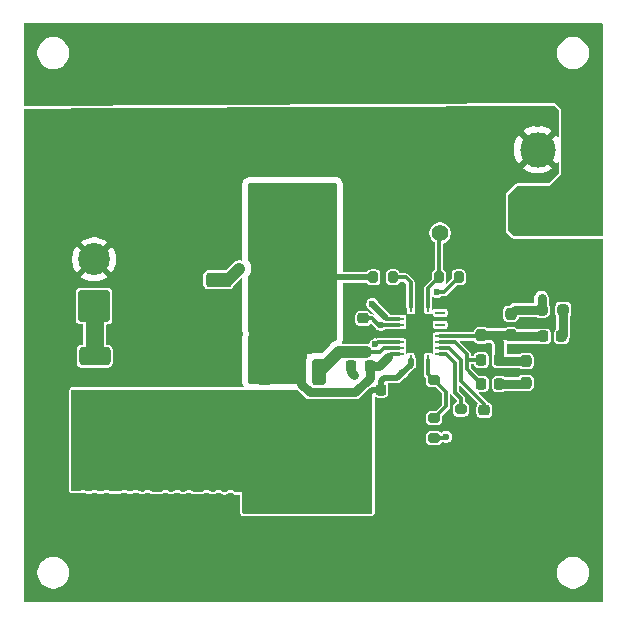
<source format=gbr>
%TF.GenerationSoftware,KiCad,Pcbnew,9.0.0*%
%TF.CreationDate,2025-04-28T22:54:58+09:00*%
%TF.ProjectId,LM25145_test,4c4d3235-3134-4355-9f74-6573742e6b69,rev?*%
%TF.SameCoordinates,Original*%
%TF.FileFunction,Copper,L1,Top*%
%TF.FilePolarity,Positive*%
%FSLAX46Y46*%
G04 Gerber Fmt 4.6, Leading zero omitted, Abs format (unit mm)*
G04 Created by KiCad (PCBNEW 9.0.0) date 2025-04-28 22:54:58*
%MOMM*%
%LPD*%
G01*
G04 APERTURE LIST*
G04 Aperture macros list*
%AMRoundRect*
0 Rectangle with rounded corners*
0 $1 Rounding radius*
0 $2 $3 $4 $5 $6 $7 $8 $9 X,Y pos of 4 corners*
0 Add a 4 corners polygon primitive as box body*
4,1,4,$2,$3,$4,$5,$6,$7,$8,$9,$2,$3,0*
0 Add four circle primitives for the rounded corners*
1,1,$1+$1,$2,$3*
1,1,$1+$1,$4,$5*
1,1,$1+$1,$6,$7*
1,1,$1+$1,$8,$9*
0 Add four rect primitives between the rounded corners*
20,1,$1+$1,$2,$3,$4,$5,0*
20,1,$1+$1,$4,$5,$6,$7,0*
20,1,$1+$1,$6,$7,$8,$9,0*
20,1,$1+$1,$8,$9,$2,$3,0*%
G04 Aperture macros list end*
%TA.AperFunction,ComponentPad*%
%ADD10C,2.700000*%
%TD*%
%TA.AperFunction,ComponentPad*%
%ADD11RoundRect,0.250001X1.099999X-1.099999X1.099999X1.099999X-1.099999X1.099999X-1.099999X-1.099999X0*%
%TD*%
%TA.AperFunction,SMDPad,CuDef*%
%ADD12RoundRect,0.250000X-1.100000X0.412500X-1.100000X-0.412500X1.100000X-0.412500X1.100000X0.412500X0*%
%TD*%
%TA.AperFunction,SMDPad,CuDef*%
%ADD13RoundRect,0.200000X-0.200000X-0.275000X0.200000X-0.275000X0.200000X0.275000X-0.200000X0.275000X0*%
%TD*%
%TA.AperFunction,ComponentPad*%
%ADD14C,1.400000*%
%TD*%
%TA.AperFunction,SMDPad,CuDef*%
%ADD15RoundRect,0.250000X-0.412500X-1.100000X0.412500X-1.100000X0.412500X1.100000X-0.412500X1.100000X0*%
%TD*%
%TA.AperFunction,SMDPad,CuDef*%
%ADD16RoundRect,0.225000X-0.225000X-0.250000X0.225000X-0.250000X0.225000X0.250000X-0.225000X0.250000X0*%
%TD*%
%TA.AperFunction,SMDPad,CuDef*%
%ADD17RoundRect,0.249999X-1.075001X0.512501X-1.075001X-0.512501X1.075001X-0.512501X1.075001X0.512501X0*%
%TD*%
%TA.AperFunction,SMDPad,CuDef*%
%ADD18RoundRect,0.250000X1.100000X-0.412500X1.100000X0.412500X-1.100000X0.412500X-1.100000X-0.412500X0*%
%TD*%
%TA.AperFunction,SMDPad,CuDef*%
%ADD19RoundRect,0.200000X0.275000X-0.200000X0.275000X0.200000X-0.275000X0.200000X-0.275000X-0.200000X0*%
%TD*%
%TA.AperFunction,SMDPad,CuDef*%
%ADD20R,0.280000X0.850000*%
%TD*%
%TA.AperFunction,SMDPad,CuDef*%
%ADD21R,0.850000X0.280000*%
%TD*%
%TA.AperFunction,SMDPad,CuDef*%
%ADD22R,1.700000X2.700000*%
%TD*%
%TA.AperFunction,SMDPad,CuDef*%
%ADD23RoundRect,0.225000X-0.250000X0.225000X-0.250000X-0.225000X0.250000X-0.225000X0.250000X0.225000X0*%
%TD*%
%TA.AperFunction,SMDPad,CuDef*%
%ADD24RoundRect,0.200000X-0.275000X0.200000X-0.275000X-0.200000X0.275000X-0.200000X0.275000X0.200000X0*%
%TD*%
%TA.AperFunction,SMDPad,CuDef*%
%ADD25RoundRect,0.237500X0.237500X-0.250000X0.237500X0.250000X-0.237500X0.250000X-0.237500X-0.250000X0*%
%TD*%
%TA.AperFunction,SMDPad,CuDef*%
%ADD26RoundRect,0.237500X0.250000X0.237500X-0.250000X0.237500X-0.250000X-0.237500X0.250000X-0.237500X0*%
%TD*%
%TA.AperFunction,SMDPad,CuDef*%
%ADD27RoundRect,0.225000X0.250000X-0.225000X0.250000X0.225000X-0.250000X0.225000X-0.250000X-0.225000X0*%
%TD*%
%TA.AperFunction,SMDPad,CuDef*%
%ADD28RoundRect,0.250000X-0.850000X-0.350000X0.850000X-0.350000X0.850000X0.350000X-0.850000X0.350000X0*%
%TD*%
%TA.AperFunction,SMDPad,CuDef*%
%ADD29RoundRect,0.250000X-1.275000X-1.125000X1.275000X-1.125000X1.275000X1.125000X-1.275000X1.125000X0*%
%TD*%
%TA.AperFunction,SMDPad,CuDef*%
%ADD30RoundRect,0.249997X-2.950003X-2.650003X2.950003X-2.650003X2.950003X2.650003X-2.950003X2.650003X0*%
%TD*%
%TA.AperFunction,SMDPad,CuDef*%
%ADD31RoundRect,0.225000X0.225000X0.250000X-0.225000X0.250000X-0.225000X-0.250000X0.225000X-0.250000X0*%
%TD*%
%TA.AperFunction,SMDPad,CuDef*%
%ADD32RoundRect,0.237500X-0.237500X0.250000X-0.237500X-0.250000X0.237500X-0.250000X0.237500X0.250000X0*%
%TD*%
%TA.AperFunction,SMDPad,CuDef*%
%ADD33RoundRect,0.200000X0.200000X0.275000X-0.200000X0.275000X-0.200000X-0.275000X0.200000X-0.275000X0*%
%TD*%
%TA.AperFunction,SMDPad,CuDef*%
%ADD34R,4.500000X4.500000*%
%TD*%
%TA.AperFunction,ComponentPad*%
%ADD35R,3.000000X3.000000*%
%TD*%
%TA.AperFunction,ComponentPad*%
%ADD36C,3.000000*%
%TD*%
%TA.AperFunction,SMDPad,CuDef*%
%ADD37RoundRect,0.250000X-0.350000X0.850000X-0.350000X-0.850000X0.350000X-0.850000X0.350000X0.850000X0*%
%TD*%
%TA.AperFunction,SMDPad,CuDef*%
%ADD38RoundRect,0.250000X-1.125000X1.275000X-1.125000X-1.275000X1.125000X-1.275000X1.125000X1.275000X0*%
%TD*%
%TA.AperFunction,SMDPad,CuDef*%
%ADD39RoundRect,0.249997X-2.650003X2.950003X-2.650003X-2.950003X2.650003X-2.950003X2.650003X2.950003X0*%
%TD*%
%TA.AperFunction,ViaPad*%
%ADD40C,0.600000*%
%TD*%
%TA.AperFunction,Conductor*%
%ADD41C,0.300000*%
%TD*%
%TA.AperFunction,Conductor*%
%ADD42C,0.800000*%
%TD*%
%TA.AperFunction,Conductor*%
%ADD43C,0.500000*%
%TD*%
%TA.AperFunction,Conductor*%
%ADD44C,1.000000*%
%TD*%
%TA.AperFunction,Conductor*%
%ADD45C,1.500000*%
%TD*%
G04 APERTURE END LIST*
D10*
%TO.P,J1,2,Pin_2*%
%TO.N,GND*%
X71330000Y-58720000D03*
D11*
%TO.P,J1,1,Pin_1*%
%TO.N,Net-(J1-Pin_1)*%
X71330000Y-62680000D03*
%TD*%
D12*
%TO.P,Cin2,1*%
%TO.N,+24V*%
X74880000Y-76885000D03*
%TO.P,Cin2,2*%
%TO.N,GND*%
X74880000Y-80010000D03*
%TD*%
D13*
%TO.P,Rpg1,1*%
%TO.N,PGOOD*%
X100550000Y-60255000D03*
%TO.P,Rpg1,2*%
%TO.N,+7.5V*%
X102200000Y-60255000D03*
%TD*%
D12*
%TO.P,Cout6,1*%
%TO.N,+5.1V*%
X99380000Y-44197500D03*
%TO.P,Cout6,2*%
%TO.N,GND*%
X99380000Y-47322500D03*
%TD*%
D14*
%TO.P,TP1,1,1*%
%TO.N,PGOOD*%
X100625000Y-56505000D03*
%TD*%
D15*
%TO.P,Cin8,1*%
%TO.N,+24V*%
X93317500Y-76260000D03*
%TO.P,Cin8,2*%
%TO.N,GND*%
X96442500Y-76260000D03*
%TD*%
D16*
%TO.P,Cbst1,1*%
%TO.N,Net-(U5-BST)*%
X93100000Y-67755000D03*
%TO.P,Cbst1,2*%
%TO.N,Net-(Q1-S)*%
X94650000Y-67755000D03*
%TD*%
D17*
%TO.P,R1,1*%
%TO.N,Net-(J1-Pin_1)*%
X71380000Y-66922500D03*
%TO.P,R1,2*%
%TO.N,+24V*%
X71380000Y-71597500D03*
%TD*%
D18*
%TO.P,Cin10,1*%
%TO.N,+24V*%
X82130000Y-71072500D03*
%TO.P,Cin10,2*%
%TO.N,GND*%
X82130000Y-67947500D03*
%TD*%
D16*
%TO.P,Cvin1,1*%
%TO.N,+24V*%
X95600000Y-69755000D03*
%TO.P,Cvin1,2*%
%TO.N,GND*%
X97150000Y-69755000D03*
%TD*%
D19*
%TO.P,Ruv1,1*%
%TO.N,+24V*%
X100125000Y-73830000D03*
%TO.P,Ruv1,2*%
%TO.N,Net-(U5-EN{slash}UVLO)*%
X100125000Y-72180000D03*
%TD*%
D20*
%TO.P,U5,1,EN/UVLO*%
%TO.N,Net-(U5-EN{slash}UVLO)*%
X99629000Y-67256500D03*
D21*
%TO.P,U5,2,RT*%
%TO.N,Net-(U5-RT)*%
X100627000Y-66755000D03*
%TO.P,U5,3,SS/TRK*%
%TO.N,Net-(U5-SS{slash}TRK)*%
X100627000Y-66255000D03*
%TO.P,U5,4,COMP*%
%TO.N,Net-(U5-COMP)*%
X100627000Y-65755000D03*
%TO.P,U5,5,FB*%
%TO.N,Net-(U5-FB)*%
X100627000Y-65255000D03*
%TO.P,U5,6,AGND*%
%TO.N,GND*%
X100627000Y-64755000D03*
%TO.P,U5,7,SYNCOUT*%
%TO.N,unconnected-(U5-SYNCOUT-Pad7)*%
X100627000Y-64255000D03*
%TO.P,U5,8,SYNCIN*%
%TO.N,GND*%
X100627000Y-63755000D03*
%TO.P,U5,9,NC*%
%TO.N,unconnected-(U5-NC-Pad9)*%
X100627000Y-63255000D03*
D20*
%TO.P,U5,10,PGOOD*%
%TO.N,PGOOD*%
X99629000Y-62756500D03*
%TO.P,U5,11,ILIM*%
%TO.N,Net-(U5-ILIM)*%
X98129000Y-62756500D03*
D21*
%TO.P,U5,12,PGND*%
%TO.N,GND*%
X97127000Y-63255000D03*
%TO.P,U5,13,LO*%
%TO.N,Net-(Q2-G)*%
X97127000Y-63755000D03*
%TO.P,U5,14,VCC*%
%TO.N,+7.5V*%
X97129000Y-64256500D03*
%TO.P,U5,15,EP*%
%TO.N,GND*%
X97129000Y-64756500D03*
%TO.P,U5,16,NC*%
X97129000Y-65256500D03*
%TO.P,U5,17,BST*%
%TO.N,Net-(U5-BST)*%
X97129000Y-65756500D03*
%TO.P,U5,18,HO*%
%TO.N,Net-(Q1-G)*%
X97129000Y-66256500D03*
%TO.P,U5,19,SW*%
%TO.N,Net-(Q1-S)*%
X97129000Y-66756500D03*
D20*
%TO.P,U5,20,VIN*%
%TO.N,+24V*%
X98127000Y-67256500D03*
D22*
%TO.P,U5,21,EP*%
%TO.N,GND*%
X98879000Y-65006500D03*
%TD*%
D18*
%TO.P,Cin11,1*%
%TO.N,+24V*%
X78630000Y-71072500D03*
%TO.P,Cin11,2*%
%TO.N,GND*%
X78630000Y-67947500D03*
%TD*%
D23*
%TO.P,Cvcc1,1*%
%TO.N,+7.5V*%
X94125000Y-63730000D03*
%TO.P,Cvcc1,2*%
%TO.N,GND*%
X94125000Y-65280000D03*
%TD*%
D24*
%TO.P,Ruv2,1*%
%TO.N,Net-(U5-EN{slash}UVLO)*%
X100125000Y-68930000D03*
%TO.P,Ruv2,2*%
%TO.N,GND*%
X100125000Y-70580000D03*
%TD*%
D25*
%TO.P,Rfb1,1*%
%TO.N,Net-(U5-FB)*%
X106625000Y-65167500D03*
%TO.P,Rfb1,2*%
%TO.N,+5.1V*%
X106625000Y-63342500D03*
%TD*%
D19*
%TO.P,Rt1,1*%
%TO.N,GND*%
X102375000Y-73080000D03*
%TO.P,Rt1,2*%
%TO.N,Net-(U5-RT)*%
X102375000Y-71430000D03*
%TD*%
D26*
%TO.P,Rc2,1*%
%TO.N,Net-(Cc3-Pad1)*%
X111037500Y-63005000D03*
%TO.P,Rc2,2*%
%TO.N,+5.1V*%
X109212500Y-63005000D03*
%TD*%
D12*
%TO.P,Cin7,1*%
%TO.N,+24V*%
X92880000Y-79197500D03*
%TO.P,Cin7,2*%
%TO.N,GND*%
X92880000Y-82322500D03*
%TD*%
D25*
%TO.P,Rc1,1*%
%TO.N,Net-(Cc1-Pad1)*%
X107875000Y-69167500D03*
%TO.P,Rc1,2*%
%TO.N,Net-(U5-FB)*%
X107875000Y-67342500D03*
%TD*%
D15*
%TO.P,Cin9,1*%
%TO.N,+24V*%
X93317500Y-72760000D03*
%TO.P,Cin9,2*%
%TO.N,GND*%
X96442500Y-72760000D03*
%TD*%
D12*
%TO.P,Cout4,1*%
%TO.N,+5.1V*%
X74380000Y-44197500D03*
%TO.P,Cout4,2*%
%TO.N,GND*%
X74380000Y-47322500D03*
%TD*%
D27*
%TO.P,Cout1,1*%
%TO.N,GND*%
X80880000Y-46535000D03*
%TO.P,Cout1,2*%
%TO.N,+5.1V*%
X80880000Y-44985000D03*
%TD*%
D12*
%TO.P,Cin1,1*%
%TO.N,+24V*%
X71380000Y-76885000D03*
%TO.P,Cin1,2*%
%TO.N,GND*%
X71380000Y-80010000D03*
%TD*%
D28*
%TO.P,Q2,1,G*%
%TO.N,Net-(Q2-G)*%
X81875000Y-60455000D03*
D29*
%TO.P,Q2,2,D*%
%TO.N,Net-(Q1-S)*%
X86500000Y-61210000D03*
X86500000Y-64260000D03*
D30*
X88175000Y-62735000D03*
D29*
X89850000Y-61210000D03*
X89850000Y-64260000D03*
D28*
%TO.P,Q2,3,S*%
%TO.N,GND*%
X81875000Y-65015000D03*
%TD*%
D27*
%TO.P,Cout2,1*%
%TO.N,GND*%
X96380000Y-46535000D03*
%TO.P,Cout2,2*%
%TO.N,+5.1V*%
X96380000Y-44985000D03*
%TD*%
D31*
%TO.P,Cc1,1*%
%TO.N,Net-(Cc1-Pad1)*%
X105650000Y-69255000D03*
%TO.P,Cc1,2*%
%TO.N,Net-(U5-COMP)*%
X104100000Y-69255000D03*
%TD*%
%TO.P,Cc2,1*%
%TO.N,Net-(U5-FB)*%
X105650000Y-67255000D03*
%TO.P,Cc2,2*%
%TO.N,Net-(U5-COMP)*%
X104100000Y-67255000D03*
%TD*%
D32*
%TO.P,Rfb2,1*%
%TO.N,GND*%
X104125000Y-63342500D03*
%TO.P,Rfb2,2*%
%TO.N,Net-(U5-FB)*%
X104125000Y-65167500D03*
%TD*%
D31*
%TO.P,Cc3,1*%
%TO.N,Net-(Cc3-Pad1)*%
X110900000Y-65255000D03*
%TO.P,Cc3,2*%
%TO.N,Net-(U5-FB)*%
X109350000Y-65255000D03*
%TD*%
D12*
%TO.P,Cin4,1*%
%TO.N,+24V*%
X81880000Y-76947500D03*
%TO.P,Cin4,2*%
%TO.N,GND*%
X81880000Y-80072500D03*
%TD*%
%TO.P,Cin3,1*%
%TO.N,+24V*%
X78380000Y-76885000D03*
%TO.P,Cin3,2*%
%TO.N,GND*%
X78380000Y-80010000D03*
%TD*%
%TO.P,Cin6,1*%
%TO.N,+24V*%
X89380000Y-79197500D03*
%TO.P,Cin6,2*%
%TO.N,GND*%
X89380000Y-82322500D03*
%TD*%
D27*
%TO.P,Css1,1*%
%TO.N,GND*%
X104375000Y-73030000D03*
%TO.P,Css1,2*%
%TO.N,Net-(U5-SS{slash}TRK)*%
X104375000Y-71480000D03*
%TD*%
D33*
%TO.P,Rilim1,1*%
%TO.N,Net-(U5-ILIM)*%
X96625000Y-60255000D03*
%TO.P,Rilim1,2*%
%TO.N,Net-(Q1-S)*%
X94975000Y-60255000D03*
%TD*%
D12*
%TO.P,Cout7,1*%
%TO.N,+5.1V*%
X102880000Y-44192500D03*
%TO.P,Cout7,2*%
%TO.N,GND*%
X102880000Y-47317500D03*
%TD*%
%TO.P,Cin5,1*%
%TO.N,+24V*%
X85880000Y-79197500D03*
%TO.P,Cin5,2*%
%TO.N,GND*%
X85880000Y-82322500D03*
%TD*%
D34*
%TO.P,L2,1,1*%
%TO.N,Net-(Q1-S)*%
X88375000Y-55255000D03*
%TO.P,L2,2,2*%
%TO.N,+5.1V*%
X88375000Y-42755000D03*
%TD*%
D35*
%TO.P,J2,1,Pin_1*%
%TO.N,+5.1V*%
X108875000Y-54505000D03*
D36*
%TO.P,J2,2,Pin_2*%
%TO.N,GND*%
X108875000Y-49425000D03*
%TD*%
D18*
%TO.P,Cin12,1*%
%TO.N,+24V*%
X75130000Y-71072500D03*
%TO.P,Cin12,2*%
%TO.N,GND*%
X75130000Y-67947500D03*
%TD*%
D12*
%TO.P,Cout5,1*%
%TO.N,+5.1V*%
X77880000Y-44192500D03*
%TO.P,Cout5,2*%
%TO.N,GND*%
X77880000Y-47317500D03*
%TD*%
%TO.P,Cout3,1*%
%TO.N,+5.1V*%
X70880000Y-44197500D03*
%TO.P,Cout3,2*%
%TO.N,GND*%
X70880000Y-47322500D03*
%TD*%
D37*
%TO.P,Q1,1,G*%
%TO.N,Net-(Q1-G)*%
X90375000Y-68260000D03*
D38*
%TO.P,Q1,2,D*%
%TO.N,+24V*%
X89620000Y-72885000D03*
X86570000Y-72885000D03*
D39*
X88095000Y-74560000D03*
D38*
X89620000Y-76235000D03*
X86570000Y-76235000D03*
D37*
%TO.P,Q1,3,S*%
%TO.N,Net-(Q1-S)*%
X85815000Y-68260000D03*
%TD*%
D40*
%TO.N,GND*%
X66875000Y-74255000D03*
X67875000Y-79255000D03*
X69875000Y-53255000D03*
X72380000Y-78760000D03*
X71380000Y-78760000D03*
X70380000Y-78760000D03*
X70380000Y-81510000D03*
X71380000Y-81510000D03*
X72380000Y-81510000D03*
X96380000Y-47760000D03*
X108880000Y-47260000D03*
X106880000Y-47760000D03*
X106380000Y-48760000D03*
X106380000Y-50260000D03*
X106880000Y-51260000D03*
X103880000Y-48760000D03*
X102880000Y-48760000D03*
X101880000Y-48760000D03*
X100380000Y-48760000D03*
X98380000Y-48760000D03*
X99380000Y-48760000D03*
%TO.N,Net-(U5-BST)*%
X95130690Y-65924069D03*
X93375000Y-68505000D03*
%TO.N,GND*%
X70880000Y-48510000D03*
X110880000Y-57260000D03*
X75380000Y-48510000D03*
X77380000Y-78760000D03*
X75880000Y-81510000D03*
X74380000Y-46260000D03*
X109880000Y-73260000D03*
X95380000Y-75260000D03*
X81880000Y-78760000D03*
X111880000Y-87260000D03*
X71880000Y-46260000D03*
X77380000Y-81510000D03*
X103880000Y-46260000D03*
X82880000Y-66260000D03*
X73380000Y-48510000D03*
X97630000Y-71760000D03*
X78630000Y-69260000D03*
X74380000Y-48510000D03*
X70880000Y-46260000D03*
X82880000Y-78760000D03*
X91880000Y-80760000D03*
X95380000Y-76260000D03*
X76880000Y-48510000D03*
X100380000Y-46260000D03*
X89380000Y-80760000D03*
X101880000Y-46260000D03*
X84880000Y-83760000D03*
X78380000Y-78760000D03*
X98880000Y-66760000D03*
X79880000Y-83260000D03*
X79630000Y-66510000D03*
X76130000Y-66510000D03*
X77630000Y-69260000D03*
X74880000Y-81510000D03*
X89380000Y-83760000D03*
X75880000Y-78760000D03*
X113880000Y-85260000D03*
X75130000Y-66510000D03*
X99380000Y-46260000D03*
X109880000Y-83260000D03*
X81880000Y-63760000D03*
X79380000Y-78760000D03*
X82880000Y-63760000D03*
X77880000Y-48510000D03*
X80880000Y-47760000D03*
X98880000Y-68260000D03*
X76880000Y-46260000D03*
X113880000Y-58260000D03*
X112880000Y-57260000D03*
X78880000Y-48510000D03*
X93880000Y-80760000D03*
X77630000Y-66510000D03*
X92880000Y-61260000D03*
X97630000Y-72760000D03*
X79380000Y-81510000D03*
X95380000Y-72760000D03*
X73380000Y-46260000D03*
X83630000Y-65010000D03*
X77880000Y-46260000D03*
X82880000Y-81510000D03*
X69880000Y-48510000D03*
X79880000Y-63260000D03*
X92880000Y-65260000D03*
X97380000Y-61260000D03*
X81880000Y-66260000D03*
X80880000Y-81510000D03*
X90380000Y-80760000D03*
X79630000Y-69260000D03*
X76130000Y-69260000D03*
X95380000Y-73760000D03*
X79880000Y-53260000D03*
X113880000Y-60260000D03*
X90380000Y-83760000D03*
X78380000Y-81510000D03*
X85880000Y-80760000D03*
X88380000Y-80760000D03*
X95380000Y-71760000D03*
X99880000Y-53260000D03*
X81130000Y-69260000D03*
X95380000Y-77260000D03*
X86880000Y-83760000D03*
X93880000Y-83760000D03*
X99880000Y-83260000D03*
X73880000Y-78760000D03*
X69880000Y-83260000D03*
X74130000Y-69260000D03*
X97630000Y-73760000D03*
X74130000Y-66510000D03*
X80130000Y-65010000D03*
X80880000Y-63760000D03*
X75380000Y-46260000D03*
X113880000Y-87260000D03*
X81880000Y-81510000D03*
X78630000Y-66510000D03*
X71880000Y-48510000D03*
X82130000Y-69260000D03*
X97630000Y-77260000D03*
X83130000Y-69260000D03*
X92880000Y-83760000D03*
X80880000Y-78760000D03*
X92880000Y-80760000D03*
X78880000Y-46260000D03*
X74880000Y-78760000D03*
X86880000Y-80760000D03*
X85880000Y-83760000D03*
X75130000Y-69260000D03*
X80880000Y-66260000D03*
X98880000Y-60510000D03*
X84880000Y-80760000D03*
X69880000Y-46260000D03*
X97630000Y-75260000D03*
X91880000Y-83760000D03*
X98880000Y-62010000D03*
X98380000Y-46260000D03*
X97630000Y-76260000D03*
X88380000Y-83760000D03*
X73880000Y-81510000D03*
X102880000Y-46260000D03*
%TO.N,+24V*%
X97438375Y-68318375D03*
X101125000Y-73755000D03*
%TO.N,+5.1V*%
X109212500Y-62005000D03*
%TO.N,+7.5V*%
X100375000Y-61505000D03*
X95609594Y-64279618D03*
%TO.N,Net-(Q2-G)*%
X94875000Y-62505000D03*
X83630000Y-59510000D03*
%TO.N,GND*%
X108880000Y-51760000D03*
%TD*%
D41*
%TO.N,Net-(U5-BST)*%
X95130690Y-65924069D02*
X95208931Y-65924069D01*
D42*
X93100000Y-68230000D02*
X93375000Y-68505000D01*
D41*
X95208931Y-65924069D02*
X95376500Y-65756500D01*
D42*
X93100000Y-67755000D02*
X93100000Y-68230000D01*
D41*
X95376500Y-65756500D02*
X97129000Y-65756500D01*
%TO.N,Net-(Q1-S)*%
X96435574Y-66756500D02*
X96184574Y-67007500D01*
D42*
X93448207Y-69956000D02*
X93443207Y-69961000D01*
D43*
X90045000Y-60255000D02*
X89850000Y-60450000D01*
X94975000Y-60255000D02*
X90045000Y-60255000D01*
D42*
X89581000Y-69961000D02*
X88880000Y-69260000D01*
X94650000Y-67755000D02*
X95437074Y-67755000D01*
X94650000Y-68754207D02*
X93448207Y-69956000D01*
D41*
X97129000Y-66756500D02*
X96435574Y-66756500D01*
D42*
X95437074Y-67755000D02*
X96184574Y-67007500D01*
X94650000Y-67755000D02*
X94650000Y-68754207D01*
X93443207Y-69961000D02*
X89581000Y-69961000D01*
%TO.N,Net-(Cc1-Pad1)*%
X107787500Y-69255000D02*
X107875000Y-69167500D01*
X105650000Y-69255000D02*
X107787500Y-69255000D01*
D41*
%TO.N,Net-(U5-COMP)*%
X102894000Y-68049000D02*
X104100000Y-69255000D01*
X102894000Y-67255000D02*
X104100000Y-67255000D01*
X102894000Y-67255000D02*
X102894000Y-68049000D01*
X101875000Y-65755000D02*
X102894000Y-66774000D01*
X100627000Y-65755000D02*
X101875000Y-65755000D01*
X102894000Y-66774000D02*
X102894000Y-67255000D01*
%TO.N,Net-(U5-FB)*%
X103787500Y-65255000D02*
X103875000Y-65167500D01*
D42*
X109100000Y-65255000D02*
X106712500Y-65255000D01*
D41*
X100627000Y-65255000D02*
X103787500Y-65255000D01*
D42*
X105650000Y-67255000D02*
X105650000Y-65692500D01*
X105125000Y-65167500D02*
X104125000Y-65167500D01*
X105737500Y-67342500D02*
X105650000Y-67255000D01*
X106712500Y-65255000D02*
X106625000Y-65167500D01*
X107875000Y-67342500D02*
X105737500Y-67342500D01*
X106625000Y-65167500D02*
X105125000Y-65167500D01*
X105650000Y-65692500D02*
X105125000Y-65167500D01*
%TO.N,Net-(Cc3-Pad1)*%
X111037500Y-63005000D02*
X111037500Y-65117500D01*
X111037500Y-65117500D02*
X110900000Y-65255000D01*
D43*
%TO.N,+24V*%
X94875000Y-69755000D02*
X94625000Y-70005000D01*
X98127000Y-67256500D02*
X98127000Y-67629750D01*
X94625000Y-70005000D02*
X94625000Y-70255000D01*
D41*
X101050000Y-73830000D02*
X101125000Y-73755000D01*
D43*
X97438375Y-68318375D02*
X97001750Y-68755000D01*
X97001750Y-68755000D02*
X95875000Y-68755000D01*
X95600000Y-69755000D02*
X94875000Y-69755000D01*
X98127000Y-67629750D02*
X97438375Y-68318375D01*
D41*
X100125000Y-73830000D02*
X101050000Y-73830000D01*
D43*
X95875000Y-68755000D02*
X95600000Y-69030000D01*
X95600000Y-69030000D02*
X95600000Y-69755000D01*
D42*
%TO.N,+5.1V*%
X106962500Y-63005000D02*
X106625000Y-63342500D01*
X109212500Y-62005000D02*
X109212500Y-63005000D01*
X109212500Y-63005000D02*
X106962500Y-63005000D01*
D41*
%TO.N,Net-(U5-SS{slash}TRK)*%
X102375000Y-68992500D02*
X104375000Y-70992500D01*
X104375000Y-70992500D02*
X104375000Y-71480000D01*
X101394000Y-66255000D02*
X102375000Y-67236000D01*
X100627000Y-66255000D02*
X101394000Y-66255000D01*
X102375000Y-67236000D02*
X102375000Y-68992500D01*
%TO.N,+7.5V*%
X100950000Y-61505000D02*
X100375000Y-61505000D01*
X102200000Y-60255000D02*
X100950000Y-61505000D01*
X95401500Y-64256500D02*
X97129000Y-64256500D01*
X94875000Y-63730000D02*
X95401500Y-64256500D01*
X94125000Y-63730000D02*
X94875000Y-63730000D01*
D44*
%TO.N,Net-(Q1-G)*%
X92051000Y-66579000D02*
X90375000Y-68255000D01*
D41*
X94375000Y-66579000D02*
X95551000Y-66579000D01*
X95873500Y-66256500D02*
X97129000Y-66256500D01*
D44*
X94375000Y-66579000D02*
X92051000Y-66579000D01*
D41*
X95551000Y-66579000D02*
X95873500Y-66256500D01*
D43*
%TO.N,Net-(Q2-G)*%
X94875000Y-62505000D02*
X96025500Y-63655500D01*
D44*
X83630000Y-59510000D02*
X82685000Y-60455000D01*
X82685000Y-60455000D02*
X81875000Y-60455000D01*
D41*
X96125000Y-63755000D02*
X96025500Y-63655500D01*
X97127000Y-63755000D02*
X96125000Y-63755000D01*
%TO.N,Net-(U5-ILIM)*%
X98129000Y-60684000D02*
X97700000Y-60255000D01*
X97700000Y-60255000D02*
X96625000Y-60255000D01*
X98129000Y-62756500D02*
X98129000Y-60684000D01*
%TO.N,PGOOD*%
X99629000Y-61176000D02*
X100550000Y-60255000D01*
X100550000Y-56580000D02*
X100625000Y-56505000D01*
X99629000Y-62756500D02*
X99629000Y-61176000D01*
X100550000Y-60255000D02*
X100550000Y-56580000D01*
%TO.N,Net-(U5-RT)*%
X101125000Y-66755000D02*
X101875000Y-67505000D01*
X101875000Y-70005000D02*
X102375000Y-70505000D01*
X102375000Y-70505000D02*
X102375000Y-71430000D01*
X100627000Y-66755000D02*
X101125000Y-66755000D01*
X101875000Y-67505000D02*
X101875000Y-70005000D01*
%TO.N,Net-(U5-EN{slash}UVLO)*%
X101125000Y-71180000D02*
X100125000Y-72180000D01*
X99629000Y-67256500D02*
X99629000Y-68434000D01*
X101125000Y-69930000D02*
X101125000Y-71180000D01*
X100125000Y-68930000D02*
X101125000Y-69930000D01*
X99629000Y-68434000D02*
X100125000Y-68930000D01*
D45*
%TO.N,Net-(J1-Pin_1)*%
X71380000Y-66922500D02*
X71380000Y-62730000D01*
%TD*%
%TA.AperFunction,Conductor*%
%TO.N,+5.1V*%
G36*
X114360148Y-38769852D02*
G01*
X114374500Y-38804500D01*
X114374500Y-56706000D01*
X114360148Y-56740648D01*
X114325500Y-56755000D01*
X106895296Y-56755000D01*
X106860648Y-56740648D01*
X106389352Y-56269352D01*
X106375000Y-56234704D01*
X106375000Y-53275296D01*
X106389352Y-53240648D01*
X107110648Y-52519352D01*
X107145296Y-52505000D01*
X109874999Y-52505000D01*
X109875000Y-52505000D01*
X110875000Y-51505000D01*
X110875000Y-46005000D01*
X110375000Y-45505000D01*
X110374999Y-45504999D01*
X65424793Y-45774162D01*
X65390060Y-45760018D01*
X65375501Y-45725456D01*
X65375500Y-45725163D01*
X65375500Y-41148713D01*
X66524500Y-41148713D01*
X66524500Y-41361286D01*
X66557753Y-41571240D01*
X66557754Y-41571243D01*
X66623443Y-41773413D01*
X66719947Y-41962813D01*
X66719952Y-41962821D01*
X66844897Y-42134793D01*
X66844901Y-42134798D01*
X66995202Y-42285099D01*
X66995206Y-42285102D01*
X66995208Y-42285104D01*
X67167184Y-42410051D01*
X67356588Y-42506557D01*
X67558757Y-42572246D01*
X67768713Y-42605500D01*
X67768714Y-42605500D01*
X67981286Y-42605500D01*
X67981287Y-42605500D01*
X68191243Y-42572246D01*
X68393412Y-42506557D01*
X68582816Y-42410051D01*
X68754792Y-42285104D01*
X68754795Y-42285100D01*
X68754798Y-42285099D01*
X68905099Y-42134798D01*
X68905100Y-42134795D01*
X68905104Y-42134792D01*
X69030051Y-41962816D01*
X69126557Y-41773412D01*
X69192246Y-41571243D01*
X69225500Y-41361287D01*
X69225500Y-41148713D01*
X110524500Y-41148713D01*
X110524500Y-41361286D01*
X110557753Y-41571240D01*
X110557754Y-41571243D01*
X110623443Y-41773413D01*
X110719947Y-41962813D01*
X110719952Y-41962821D01*
X110844897Y-42134793D01*
X110844901Y-42134798D01*
X110995202Y-42285099D01*
X110995206Y-42285102D01*
X110995208Y-42285104D01*
X111167184Y-42410051D01*
X111356588Y-42506557D01*
X111558757Y-42572246D01*
X111768713Y-42605500D01*
X111768714Y-42605500D01*
X111981286Y-42605500D01*
X111981287Y-42605500D01*
X112191243Y-42572246D01*
X112393412Y-42506557D01*
X112582816Y-42410051D01*
X112754792Y-42285104D01*
X112754795Y-42285100D01*
X112754798Y-42285099D01*
X112905099Y-42134798D01*
X112905100Y-42134795D01*
X112905104Y-42134792D01*
X113030051Y-41962816D01*
X113126557Y-41773412D01*
X113192246Y-41571243D01*
X113225500Y-41361287D01*
X113225500Y-41148713D01*
X113192246Y-40938757D01*
X113126557Y-40736588D01*
X113030051Y-40547184D01*
X112905104Y-40375208D01*
X112905102Y-40375206D01*
X112905099Y-40375202D01*
X112754798Y-40224901D01*
X112754793Y-40224897D01*
X112582821Y-40099952D01*
X112582813Y-40099947D01*
X112393413Y-40003443D01*
X112191243Y-39937754D01*
X112191240Y-39937753D01*
X112029957Y-39912208D01*
X111981287Y-39904500D01*
X111768713Y-39904500D01*
X111729202Y-39910757D01*
X111558759Y-39937753D01*
X111558756Y-39937754D01*
X111356586Y-40003443D01*
X111167186Y-40099947D01*
X111167178Y-40099952D01*
X110995206Y-40224897D01*
X110844897Y-40375206D01*
X110719952Y-40547178D01*
X110719947Y-40547186D01*
X110623443Y-40736586D01*
X110557754Y-40938756D01*
X110557753Y-40938759D01*
X110524500Y-41148713D01*
X69225500Y-41148713D01*
X69192246Y-40938757D01*
X69126557Y-40736588D01*
X69030051Y-40547184D01*
X68905104Y-40375208D01*
X68905102Y-40375206D01*
X68905099Y-40375202D01*
X68754798Y-40224901D01*
X68754793Y-40224897D01*
X68582821Y-40099952D01*
X68582813Y-40099947D01*
X68393413Y-40003443D01*
X68191243Y-39937754D01*
X68191240Y-39937753D01*
X68029957Y-39912208D01*
X67981287Y-39904500D01*
X67768713Y-39904500D01*
X67729202Y-39910757D01*
X67558759Y-39937753D01*
X67558756Y-39937754D01*
X67356586Y-40003443D01*
X67167186Y-40099947D01*
X67167178Y-40099952D01*
X66995206Y-40224897D01*
X66844897Y-40375206D01*
X66719952Y-40547178D01*
X66719947Y-40547186D01*
X66623443Y-40736586D01*
X66557754Y-40938756D01*
X66557753Y-40938759D01*
X66524500Y-41148713D01*
X65375500Y-41148713D01*
X65375500Y-38804500D01*
X65389852Y-38769852D01*
X65424500Y-38755500D01*
X114325500Y-38755500D01*
X114360148Y-38769852D01*
G37*
%TD.AperFunction*%
%TD*%
%TA.AperFunction,Conductor*%
%TO.N,Net-(Q1-S)*%
G36*
X91818039Y-52274685D02*
G01*
X91863794Y-52327489D01*
X91875000Y-52379000D01*
X91875000Y-65492143D01*
X91868304Y-65514945D01*
X91865969Y-65538599D01*
X91858640Y-65547856D01*
X91855315Y-65559182D01*
X91837355Y-65574743D01*
X91822602Y-65593381D01*
X91806115Y-65601813D01*
X91802511Y-65604937D01*
X91795722Y-65607129D01*
X91791180Y-65609453D01*
X91783327Y-65612142D01*
X91759164Y-65616949D01*
X91714376Y-65635501D01*
X91710783Y-65636989D01*
X91710772Y-65636993D01*
X91577092Y-65692364D01*
X91577079Y-65692371D01*
X91413219Y-65801859D01*
X91343540Y-65871538D01*
X91273861Y-65941218D01*
X91273858Y-65941221D01*
X90591897Y-66623181D01*
X90530574Y-66656666D01*
X90504216Y-66659500D01*
X89974998Y-66659500D01*
X89974980Y-66659501D01*
X89872203Y-66670000D01*
X89872200Y-66670001D01*
X89705668Y-66725185D01*
X89705654Y-66725192D01*
X89687258Y-66736539D01*
X89622163Y-66755000D01*
X89375000Y-66755000D01*
X89375000Y-66999057D01*
X89356539Y-67064153D01*
X89340189Y-67090659D01*
X89340186Y-67090666D01*
X89285001Y-67257203D01*
X89285001Y-67257204D01*
X89285000Y-67257204D01*
X89274500Y-67359983D01*
X89274500Y-69160001D01*
X89274501Y-69160018D01*
X89285000Y-69262796D01*
X89285001Y-69262799D01*
X89311245Y-69341996D01*
X89312224Y-69370460D01*
X89316277Y-69398647D01*
X89313409Y-69404925D01*
X89313647Y-69411824D01*
X89299083Y-69436295D01*
X89287252Y-69462203D01*
X89281444Y-69465935D01*
X89277915Y-69471866D01*
X89252432Y-69484579D01*
X89228474Y-69499977D01*
X89218778Y-69501371D01*
X89215395Y-69503059D01*
X89193539Y-69505000D01*
X89042011Y-69505000D01*
X88974972Y-69485315D01*
X88954330Y-69468681D01*
X88924540Y-69438891D01*
X88924530Y-69438882D01*
X88924524Y-69438876D01*
X88884270Y-69402717D01*
X88867466Y-69389175D01*
X88863626Y-69386080D01*
X88819743Y-69354436D01*
X88819737Y-69354432D01*
X88688865Y-69294663D01*
X88621820Y-69274976D01*
X88559757Y-69266053D01*
X88479403Y-69254500D01*
X84499000Y-69254500D01*
X84431961Y-69234815D01*
X84386206Y-69182011D01*
X84375000Y-69130500D01*
X84375000Y-65327882D01*
X84384439Y-65280429D01*
X84399737Y-65243497D01*
X84430500Y-65088842D01*
X84430500Y-64931158D01*
X84430500Y-64931155D01*
X84430499Y-64931153D01*
X84399739Y-64776511D01*
X84399736Y-64776501D01*
X84384439Y-64739570D01*
X84375000Y-64692118D01*
X84375000Y-60231282D01*
X84394685Y-60164243D01*
X84403826Y-60152944D01*
X84403274Y-60152491D01*
X84407134Y-60147785D01*
X84407139Y-60147781D01*
X84516631Y-59983914D01*
X84592051Y-59801836D01*
X84630500Y-59608540D01*
X84630500Y-59411460D01*
X84630500Y-59411457D01*
X84630499Y-59411455D01*
X84592052Y-59218171D01*
X84592051Y-59218164D01*
X84516631Y-59036086D01*
X84516629Y-59036083D01*
X84516627Y-59036079D01*
X84407139Y-58872219D01*
X84403274Y-58867509D01*
X84405477Y-58865700D01*
X84377834Y-58815075D01*
X84375000Y-58788717D01*
X84375000Y-52379000D01*
X84394685Y-52311961D01*
X84447489Y-52266206D01*
X84499000Y-52255000D01*
X91751000Y-52255000D01*
X91818039Y-52274685D01*
G37*
%TD.AperFunction*%
%TD*%
%TA.AperFunction,Conductor*%
%TO.N,GND*%
G36*
X110304654Y-45725275D02*
G01*
X110304862Y-45725482D01*
X110655148Y-46075768D01*
X110669500Y-46110416D01*
X110669500Y-48350296D01*
X110655148Y-48384944D01*
X110620500Y-48399296D01*
X110585852Y-48384944D01*
X110578065Y-48374796D01*
X110541508Y-48311478D01*
X110541498Y-48311463D01*
X110454919Y-48198633D01*
X109560231Y-49093320D01*
X109548503Y-49065005D01*
X109465330Y-48940528D01*
X109359472Y-48834670D01*
X109234995Y-48751497D01*
X109206677Y-48739767D01*
X110101366Y-47845080D01*
X110101365Y-47845079D01*
X109988536Y-47758501D01*
X109988521Y-47758491D01*
X109761476Y-47627406D01*
X109519261Y-47527077D01*
X109519251Y-47527073D01*
X109266029Y-47459223D01*
X109006083Y-47425000D01*
X108743917Y-47425000D01*
X108483970Y-47459223D01*
X108230748Y-47527073D01*
X108230738Y-47527077D01*
X107988523Y-47627406D01*
X107761478Y-47758491D01*
X107761463Y-47758501D01*
X107648633Y-47845079D01*
X108543321Y-48739768D01*
X108515005Y-48751497D01*
X108390528Y-48834670D01*
X108284670Y-48940528D01*
X108201497Y-49065005D01*
X108189768Y-49093321D01*
X107295079Y-48198633D01*
X107208501Y-48311463D01*
X107208491Y-48311478D01*
X107077406Y-48538523D01*
X106977077Y-48780738D01*
X106977073Y-48780748D01*
X106909223Y-49033970D01*
X106875000Y-49293916D01*
X106875000Y-49556083D01*
X106874999Y-49556083D01*
X106909223Y-49816029D01*
X106977073Y-50069251D01*
X106977077Y-50069261D01*
X107077406Y-50311476D01*
X107208491Y-50538521D01*
X107208501Y-50538536D01*
X107295079Y-50651365D01*
X107295080Y-50651366D01*
X108189767Y-49756678D01*
X108201497Y-49784995D01*
X108284670Y-49909472D01*
X108390528Y-50015330D01*
X108515005Y-50098503D01*
X108543320Y-50110231D01*
X107648633Y-51004919D01*
X107761463Y-51091498D01*
X107761478Y-51091508D01*
X107988523Y-51222593D01*
X108230738Y-51322922D01*
X108230748Y-51322926D01*
X108483970Y-51390776D01*
X108743916Y-51425000D01*
X109006083Y-51425000D01*
X109266029Y-51390776D01*
X109519251Y-51322926D01*
X109519261Y-51322922D01*
X109761476Y-51222593D01*
X109988521Y-51091508D01*
X109988529Y-51091503D01*
X110101365Y-51004919D01*
X110101366Y-51004919D01*
X109206678Y-50110231D01*
X109234995Y-50098503D01*
X109359472Y-50015330D01*
X109465330Y-49909472D01*
X109548503Y-49784995D01*
X109560231Y-49756679D01*
X110454918Y-50651366D01*
X110454919Y-50651365D01*
X110541503Y-50538529D01*
X110541508Y-50538521D01*
X110578065Y-50475203D01*
X110607818Y-50452373D01*
X110645000Y-50457268D01*
X110667830Y-50487021D01*
X110669500Y-50499703D01*
X110669500Y-51399584D01*
X110655148Y-51434232D01*
X109804232Y-52285148D01*
X109769584Y-52299500D01*
X107145296Y-52299500D01*
X107106155Y-52307285D01*
X107066655Y-52315142D01*
X107066645Y-52315145D01*
X107032010Y-52329492D01*
X107032006Y-52329494D01*
X107032005Y-52329495D01*
X106966223Y-52373450D01*
X106965335Y-52374044D01*
X106244044Y-53095335D01*
X106199492Y-53162010D01*
X106185145Y-53196645D01*
X106185142Y-53196655D01*
X106177285Y-53236155D01*
X106169500Y-53275296D01*
X106169500Y-56234704D01*
X106179880Y-56286891D01*
X106185142Y-56313344D01*
X106185145Y-56313354D01*
X106199492Y-56347989D01*
X106199493Y-56347991D01*
X106199495Y-56347995D01*
X106244042Y-56414662D01*
X106715338Y-56885958D01*
X106782005Y-56930505D01*
X106782010Y-56930507D01*
X106816645Y-56944854D01*
X106816647Y-56944854D01*
X106816653Y-56944857D01*
X106895296Y-56960500D01*
X106895299Y-56960500D01*
X114325500Y-56960500D01*
X114360148Y-56974852D01*
X114374500Y-57009500D01*
X114374500Y-87705500D01*
X114360148Y-87740148D01*
X114325500Y-87754500D01*
X65424500Y-87754500D01*
X65389852Y-87740148D01*
X65375500Y-87705500D01*
X65375500Y-85148713D01*
X66524500Y-85148713D01*
X66524500Y-85361286D01*
X66557753Y-85571240D01*
X66557754Y-85571243D01*
X66623443Y-85773413D01*
X66719947Y-85962813D01*
X66719952Y-85962821D01*
X66844897Y-86134793D01*
X66844901Y-86134798D01*
X66995202Y-86285099D01*
X66995206Y-86285102D01*
X66995208Y-86285104D01*
X67167184Y-86410051D01*
X67356588Y-86506557D01*
X67558757Y-86572246D01*
X67768713Y-86605500D01*
X67768714Y-86605500D01*
X67981286Y-86605500D01*
X67981287Y-86605500D01*
X68191243Y-86572246D01*
X68393412Y-86506557D01*
X68582816Y-86410051D01*
X68754792Y-86285104D01*
X68754795Y-86285100D01*
X68754798Y-86285099D01*
X68905099Y-86134798D01*
X68905100Y-86134795D01*
X68905104Y-86134792D01*
X69030051Y-85962816D01*
X69126557Y-85773412D01*
X69192246Y-85571243D01*
X69225500Y-85361287D01*
X69225500Y-85148713D01*
X110524500Y-85148713D01*
X110524500Y-85361286D01*
X110557753Y-85571240D01*
X110557754Y-85571243D01*
X110623443Y-85773413D01*
X110719947Y-85962813D01*
X110719952Y-85962821D01*
X110844897Y-86134793D01*
X110844901Y-86134798D01*
X110995202Y-86285099D01*
X110995206Y-86285102D01*
X110995208Y-86285104D01*
X111167184Y-86410051D01*
X111356588Y-86506557D01*
X111558757Y-86572246D01*
X111768713Y-86605500D01*
X111768714Y-86605500D01*
X111981286Y-86605500D01*
X111981287Y-86605500D01*
X112191243Y-86572246D01*
X112393412Y-86506557D01*
X112582816Y-86410051D01*
X112754792Y-86285104D01*
X112754795Y-86285100D01*
X112754798Y-86285099D01*
X112905099Y-86134798D01*
X112905100Y-86134795D01*
X112905104Y-86134792D01*
X113030051Y-85962816D01*
X113126557Y-85773412D01*
X113192246Y-85571243D01*
X113225500Y-85361287D01*
X113225500Y-85148713D01*
X113192246Y-84938757D01*
X113126557Y-84736588D01*
X113030051Y-84547184D01*
X112905104Y-84375208D01*
X112905102Y-84375206D01*
X112905099Y-84375202D01*
X112754798Y-84224901D01*
X112754793Y-84224897D01*
X112582821Y-84099952D01*
X112582813Y-84099947D01*
X112393413Y-84003443D01*
X112191243Y-83937754D01*
X112191240Y-83937753D01*
X112029957Y-83912208D01*
X111981287Y-83904500D01*
X111768713Y-83904500D01*
X111729202Y-83910757D01*
X111558759Y-83937753D01*
X111558756Y-83937754D01*
X111356586Y-84003443D01*
X111167186Y-84099947D01*
X111167178Y-84099952D01*
X110995206Y-84224897D01*
X110844897Y-84375206D01*
X110719952Y-84547178D01*
X110719947Y-84547186D01*
X110623443Y-84736586D01*
X110557754Y-84938756D01*
X110557753Y-84938759D01*
X110524500Y-85148713D01*
X69225500Y-85148713D01*
X69192246Y-84938757D01*
X69126557Y-84736588D01*
X69030051Y-84547184D01*
X68905104Y-84375208D01*
X68905102Y-84375206D01*
X68905099Y-84375202D01*
X68754798Y-84224901D01*
X68754793Y-84224897D01*
X68582821Y-84099952D01*
X68582813Y-84099947D01*
X68393413Y-84003443D01*
X68191243Y-83937754D01*
X68191240Y-83937753D01*
X68029957Y-83912208D01*
X67981287Y-83904500D01*
X67768713Y-83904500D01*
X67729202Y-83910757D01*
X67558759Y-83937753D01*
X67558756Y-83937754D01*
X67356586Y-84003443D01*
X67167186Y-84099947D01*
X67167178Y-84099952D01*
X66995206Y-84224897D01*
X66844897Y-84375206D01*
X66719952Y-84547178D01*
X66719947Y-84547186D01*
X66623443Y-84736586D01*
X66557754Y-84938756D01*
X66557753Y-84938759D01*
X66524500Y-85148713D01*
X65375500Y-85148713D01*
X65375500Y-69883997D01*
X69174500Y-69883997D01*
X69174500Y-78211925D01*
X69179032Y-78254838D01*
X69179033Y-78254849D01*
X69189854Y-78305509D01*
X69192108Y-78314962D01*
X69234512Y-78395996D01*
X69279869Y-78449141D01*
X69279871Y-78449143D01*
X69297322Y-78467224D01*
X69297324Y-78467225D01*
X69297326Y-78467227D01*
X69376806Y-78512471D01*
X69376808Y-78512471D01*
X69376809Y-78512472D01*
X69443692Y-78532657D01*
X69443693Y-78532657D01*
X69443696Y-78532658D01*
X69501529Y-78541416D01*
X70070430Y-78545683D01*
X70112327Y-78540407D01*
X70124407Y-78538886D01*
X70124408Y-78538885D01*
X70124413Y-78538885D01*
X70187342Y-78522276D01*
X70237650Y-78501548D01*
X70260546Y-78488327D01*
X70272362Y-78483433D01*
X70332858Y-78467225D01*
X70334933Y-78466669D01*
X70347614Y-78465000D01*
X70412388Y-78465000D01*
X70425069Y-78466669D01*
X70487636Y-78483434D01*
X70499453Y-78488329D01*
X70530420Y-78506208D01*
X70530424Y-78506210D01*
X70530431Y-78506214D01*
X70579248Y-78526542D01*
X70640318Y-78543152D01*
X70692710Y-78550350D01*
X71057607Y-78553087D01*
X71111592Y-78546288D01*
X71111597Y-78546286D01*
X71111602Y-78546286D01*
X71145008Y-78537468D01*
X71174522Y-78529678D01*
X71224829Y-78508951D01*
X71229570Y-78506214D01*
X71260543Y-78488331D01*
X71260547Y-78488328D01*
X71272354Y-78483436D01*
X71334937Y-78466668D01*
X71347612Y-78465000D01*
X71412388Y-78465000D01*
X71425069Y-78466669D01*
X71487636Y-78483434D01*
X71499453Y-78488329D01*
X71543582Y-78513807D01*
X71543586Y-78513809D01*
X71543593Y-78513813D01*
X71592410Y-78534141D01*
X71653480Y-78550751D01*
X71705872Y-78557949D01*
X72044782Y-78560491D01*
X72083717Y-78555588D01*
X72098759Y-78553694D01*
X72098760Y-78553693D01*
X72098765Y-78553693D01*
X72161694Y-78537084D01*
X72212002Y-78516356D01*
X72260546Y-78488328D01*
X72272362Y-78483433D01*
X72332858Y-78467225D01*
X72334933Y-78466669D01*
X72347614Y-78465000D01*
X72412385Y-78465000D01*
X72425067Y-78466669D01*
X72487630Y-78483432D01*
X72487638Y-78483434D01*
X72499454Y-78488328D01*
X72522345Y-78501545D01*
X72556751Y-78521410D01*
X72556753Y-78521410D01*
X72556755Y-78521412D01*
X72605571Y-78541740D01*
X72666640Y-78558350D01*
X72719033Y-78565548D01*
X73525546Y-78571596D01*
X73564300Y-78566715D01*
X73579523Y-78564799D01*
X73579524Y-78564798D01*
X73579529Y-78564798D01*
X73642458Y-78548189D01*
X73692766Y-78527461D01*
X73760544Y-78488328D01*
X73772360Y-78483433D01*
X73832850Y-78467227D01*
X73834933Y-78466669D01*
X73847614Y-78465000D01*
X73912385Y-78465000D01*
X73925067Y-78466669D01*
X73987630Y-78483432D01*
X73987638Y-78483434D01*
X73999456Y-78488330D01*
X74076486Y-78532804D01*
X74076490Y-78532806D01*
X74076497Y-78532810D01*
X74125313Y-78553138D01*
X74186382Y-78569748D01*
X74238775Y-78576946D01*
X74512723Y-78579000D01*
X74566708Y-78572201D01*
X74566713Y-78572199D01*
X74566718Y-78572199D01*
X74602439Y-78562770D01*
X74629638Y-78555591D01*
X74679944Y-78534864D01*
X74760547Y-78488326D01*
X74772349Y-78483438D01*
X74834937Y-78466667D01*
X74847612Y-78465000D01*
X74912389Y-78465000D01*
X74925070Y-78466669D01*
X74987635Y-78483433D01*
X74999448Y-78488326D01*
X75084563Y-78537468D01*
X75089653Y-78540407D01*
X75089657Y-78540409D01*
X75101799Y-78545465D01*
X75138473Y-78560737D01*
X75199544Y-78577347D01*
X75251935Y-78584544D01*
X75500213Y-78586406D01*
X75500224Y-78586405D01*
X75500247Y-78586406D01*
X75507554Y-78586295D01*
X75509498Y-78586266D01*
X75520688Y-78585844D01*
X75544851Y-78580866D01*
X75545062Y-78582411D01*
X75564438Y-78579774D01*
X75583006Y-78573006D01*
X75586994Y-78572185D01*
X75591400Y-78570483D01*
X75591399Y-78570482D01*
X75609993Y-78563300D01*
X75610187Y-78563114D01*
X75611259Y-78562708D01*
X75643382Y-78551002D01*
X75646532Y-78549854D01*
X75646533Y-78549853D01*
X75646537Y-78549852D01*
X75646540Y-78549849D01*
X75648894Y-78548694D01*
X75648967Y-78548844D01*
X75657637Y-78544850D01*
X75668399Y-78541531D01*
X75760551Y-78488325D01*
X75772354Y-78483436D01*
X75834936Y-78466668D01*
X75847612Y-78465000D01*
X75912389Y-78465000D01*
X75925070Y-78466669D01*
X75987634Y-78483433D01*
X75999450Y-78488327D01*
X76075407Y-78532181D01*
X76078115Y-78534101D01*
X76082142Y-78536070D01*
X76083606Y-78536916D01*
X76083607Y-78536917D01*
X76097827Y-78545125D01*
X76101352Y-78545464D01*
X76137570Y-78563177D01*
X76204460Y-78583364D01*
X76262293Y-78592122D01*
X76986291Y-78597552D01*
X77009009Y-78596464D01*
X77036267Y-78593640D01*
X77113533Y-78569620D01*
X77156224Y-78546321D01*
X77161111Y-78545738D01*
X77175440Y-78537464D01*
X77175441Y-78537465D01*
X77260546Y-78488327D01*
X77272357Y-78483435D01*
X77311395Y-78472975D01*
X77334935Y-78466669D01*
X77347616Y-78465000D01*
X77412389Y-78465000D01*
X77425070Y-78466669D01*
X77487634Y-78483433D01*
X77499450Y-78488327D01*
X77565344Y-78526371D01*
X77571717Y-78530758D01*
X77579782Y-78537307D01*
X77588145Y-78541742D01*
X77649953Y-78574519D01*
X77649955Y-78574519D01*
X77649956Y-78574520D01*
X77716846Y-78594707D01*
X77774679Y-78603465D01*
X77978847Y-78604996D01*
X78001584Y-78603906D01*
X78028866Y-78601077D01*
X78037418Y-78598414D01*
X78037514Y-78599120D01*
X78043045Y-78598368D01*
X78075132Y-78586675D01*
X78106226Y-78576997D01*
X78108385Y-78575817D01*
X78108384Y-78575816D01*
X78112041Y-78573818D01*
X78112067Y-78573803D01*
X78115298Y-78572039D01*
X78125168Y-78568443D01*
X78145918Y-78555325D01*
X78167467Y-78543561D01*
X78173856Y-78538777D01*
X78178692Y-78535587D01*
X78260548Y-78488327D01*
X78272354Y-78483436D01*
X78334936Y-78466668D01*
X78347612Y-78465000D01*
X78412389Y-78465000D01*
X78425070Y-78466669D01*
X78487634Y-78483433D01*
X78499450Y-78488327D01*
X78556755Y-78521413D01*
X78559513Y-78523005D01*
X78566923Y-78528392D01*
X78566989Y-78528316D01*
X78567462Y-78528721D01*
X78567478Y-78528735D01*
X78578036Y-78537309D01*
X78587339Y-78544864D01*
X78587342Y-78544866D01*
X78619687Y-78562018D01*
X78657514Y-78582077D01*
X78702476Y-78595646D01*
X78724401Y-78602263D01*
X78724402Y-78602263D01*
X78724405Y-78602264D01*
X78782238Y-78611022D01*
X78971404Y-78612440D01*
X78994145Y-78611349D01*
X79021429Y-78608519D01*
X79029985Y-78605856D01*
X79030081Y-78606562D01*
X79035610Y-78605810D01*
X79067625Y-78594143D01*
X79098755Y-78584456D01*
X79100913Y-78583277D01*
X79100912Y-78583275D01*
X79104616Y-78581253D01*
X79104633Y-78581244D01*
X79107868Y-78579477D01*
X79117723Y-78575887D01*
X79138472Y-78562770D01*
X79160027Y-78551002D01*
X79184791Y-78532462D01*
X79189638Y-78529266D01*
X79260542Y-78488329D01*
X79272359Y-78483435D01*
X79272367Y-78483433D01*
X79278104Y-78481895D01*
X79334935Y-78466669D01*
X79347616Y-78465000D01*
X79412389Y-78465000D01*
X79425070Y-78466669D01*
X79487634Y-78483433D01*
X79499450Y-78488327D01*
X79556754Y-78521412D01*
X79557224Y-78521683D01*
X79565539Y-78527729D01*
X79575021Y-78536280D01*
X79575034Y-78536291D01*
X79594895Y-78552420D01*
X79594898Y-78552422D01*
X79665066Y-78589632D01*
X79665068Y-78589632D01*
X79665069Y-78589633D01*
X79731959Y-78609820D01*
X79789792Y-78618578D01*
X80460236Y-78623606D01*
X80482977Y-78622516D01*
X80510263Y-78619686D01*
X80587545Y-78595647D01*
X80648869Y-78562163D01*
X80695697Y-78527108D01*
X80695700Y-78527104D01*
X80696787Y-78526163D01*
X80704381Y-78520755D01*
X80704449Y-78520716D01*
X80760542Y-78488329D01*
X80772359Y-78483435D01*
X80772367Y-78483433D01*
X80778104Y-78481895D01*
X80834935Y-78466669D01*
X80847616Y-78465000D01*
X80912389Y-78465000D01*
X80925070Y-78466669D01*
X80987634Y-78483433D01*
X80999450Y-78488327D01*
X81055550Y-78520717D01*
X81065697Y-78528503D01*
X81070607Y-78533413D01*
X81070625Y-78533429D01*
X81070628Y-78533432D01*
X81086364Y-78547622D01*
X81106230Y-78563755D01*
X81106233Y-78563757D01*
X81176401Y-78600967D01*
X81176403Y-78600967D01*
X81176404Y-78600968D01*
X81243294Y-78621155D01*
X81301127Y-78629913D01*
X81452791Y-78631050D01*
X81475533Y-78629959D01*
X81502818Y-78627129D01*
X81511374Y-78624466D01*
X81511470Y-78625172D01*
X81516999Y-78624420D01*
X81549014Y-78612753D01*
X81580144Y-78603066D01*
X81582302Y-78601887D01*
X81582301Y-78601885D01*
X81586005Y-78599863D01*
X81586022Y-78599854D01*
X81589257Y-78598087D01*
X81599112Y-78594497D01*
X81619861Y-78581380D01*
X81641416Y-78569612D01*
X81688249Y-78534556D01*
X81694307Y-78528497D01*
X81704445Y-78520718D01*
X81760542Y-78488329D01*
X81772359Y-78483435D01*
X81772367Y-78483433D01*
X81778104Y-78481895D01*
X81834935Y-78466669D01*
X81847616Y-78465000D01*
X81912389Y-78465000D01*
X81925070Y-78466669D01*
X81987634Y-78483433D01*
X81999450Y-78488327D01*
X82055550Y-78520717D01*
X82065694Y-78528500D01*
X82078164Y-78540970D01*
X82078658Y-78541415D01*
X82093245Y-78554569D01*
X82093930Y-78555186D01*
X82113792Y-78571315D01*
X82134717Y-78582411D01*
X82183959Y-78608524D01*
X82183961Y-78608524D01*
X82183962Y-78608525D01*
X82250852Y-78628712D01*
X82308686Y-78637470D01*
X82445349Y-78638494D01*
X82468090Y-78637403D01*
X82495374Y-78634573D01*
X82503924Y-78631911D01*
X82504020Y-78632617D01*
X82509550Y-78631865D01*
X82541661Y-78620163D01*
X82572735Y-78610491D01*
X82574892Y-78609312D01*
X82574891Y-78609311D01*
X82578542Y-78607317D01*
X82578563Y-78607305D01*
X82581801Y-78605536D01*
X82591666Y-78601943D01*
X82612436Y-78588812D01*
X82633437Y-78577347D01*
X82633972Y-78577055D01*
X82633983Y-78577048D01*
X82668776Y-78551002D01*
X82680807Y-78541996D01*
X82694305Y-78528496D01*
X82704440Y-78520719D01*
X82760548Y-78488326D01*
X82772349Y-78483438D01*
X82834937Y-78466667D01*
X82847612Y-78465000D01*
X82912389Y-78465000D01*
X82925070Y-78466669D01*
X82987634Y-78483433D01*
X82999450Y-78488327D01*
X83055550Y-78520717D01*
X83065697Y-78528503D01*
X83085721Y-78548527D01*
X83085739Y-78548543D01*
X83085742Y-78548546D01*
X83101474Y-78562732D01*
X83101483Y-78562740D01*
X83121344Y-78578869D01*
X83121347Y-78578871D01*
X83191515Y-78616081D01*
X83191517Y-78616081D01*
X83191518Y-78616082D01*
X83258408Y-78636269D01*
X83316241Y-78645027D01*
X83625868Y-78647349D01*
X83660407Y-78661961D01*
X83674500Y-78696348D01*
X83674500Y-80136000D01*
X83676137Y-80151230D01*
X83679195Y-80179671D01*
X83679198Y-80179693D01*
X83690404Y-80231201D01*
X83692888Y-80241368D01*
X83692890Y-80241373D01*
X83735901Y-80322087D01*
X83767320Y-80358345D01*
X83781655Y-80374889D01*
X83789805Y-80383207D01*
X83799243Y-80392841D01*
X83799245Y-80392842D01*
X83799246Y-80392843D01*
X83879063Y-80437490D01*
X83946102Y-80457175D01*
X84004000Y-80465500D01*
X84004003Y-80465500D01*
X84802179Y-80465500D01*
X84802184Y-80465500D01*
X84807334Y-80465331D01*
X84816427Y-80465034D01*
X84816427Y-80465056D01*
X84818150Y-80465000D01*
X84941850Y-80465000D01*
X84943572Y-80465056D01*
X84943573Y-80465034D01*
X84952665Y-80465331D01*
X84957816Y-80465500D01*
X84957821Y-80465500D01*
X85812238Y-80465500D01*
X85812242Y-80465500D01*
X85812541Y-80465460D01*
X85812859Y-80465419D01*
X85819251Y-80465000D01*
X85940749Y-80465000D01*
X85947141Y-80465419D01*
X85947594Y-80465478D01*
X85947758Y-80465500D01*
X85947762Y-80465500D01*
X86802179Y-80465500D01*
X86802184Y-80465500D01*
X86807334Y-80465331D01*
X86816427Y-80465034D01*
X86816427Y-80465056D01*
X86818150Y-80465000D01*
X86941850Y-80465000D01*
X86943572Y-80465056D01*
X86943573Y-80465034D01*
X86952665Y-80465331D01*
X86957816Y-80465500D01*
X86957821Y-80465500D01*
X88312238Y-80465500D01*
X88312242Y-80465500D01*
X88312541Y-80465460D01*
X88312859Y-80465419D01*
X88319251Y-80465000D01*
X88440749Y-80465000D01*
X88447141Y-80465419D01*
X88447594Y-80465478D01*
X88447758Y-80465500D01*
X88447762Y-80465500D01*
X89302179Y-80465500D01*
X89302184Y-80465500D01*
X89307334Y-80465331D01*
X89316427Y-80465034D01*
X89316427Y-80465056D01*
X89318150Y-80465000D01*
X89441850Y-80465000D01*
X89443572Y-80465056D01*
X89443573Y-80465034D01*
X89452665Y-80465331D01*
X89457816Y-80465500D01*
X89457821Y-80465500D01*
X90312238Y-80465500D01*
X90312242Y-80465500D01*
X90312541Y-80465460D01*
X90312859Y-80465419D01*
X90319251Y-80465000D01*
X90440749Y-80465000D01*
X90447141Y-80465419D01*
X90447594Y-80465478D01*
X90447758Y-80465500D01*
X90447762Y-80465500D01*
X91802179Y-80465500D01*
X91802184Y-80465500D01*
X91807334Y-80465331D01*
X91816427Y-80465034D01*
X91816427Y-80465056D01*
X91818150Y-80465000D01*
X91941850Y-80465000D01*
X91943572Y-80465056D01*
X91943573Y-80465034D01*
X91952665Y-80465331D01*
X91957816Y-80465500D01*
X91957821Y-80465500D01*
X92812238Y-80465500D01*
X92812242Y-80465500D01*
X92812541Y-80465460D01*
X92812859Y-80465419D01*
X92819251Y-80465000D01*
X92940749Y-80465000D01*
X92947141Y-80465419D01*
X92947594Y-80465478D01*
X92947758Y-80465500D01*
X92947762Y-80465500D01*
X93802179Y-80465500D01*
X93802184Y-80465500D01*
X93807334Y-80465331D01*
X93816427Y-80465034D01*
X93816427Y-80465056D01*
X93818150Y-80465000D01*
X93941850Y-80465000D01*
X93943572Y-80465056D01*
X93943573Y-80465034D01*
X93952665Y-80465331D01*
X93957816Y-80465500D01*
X93957821Y-80465500D01*
X94755997Y-80465500D01*
X94756000Y-80465500D01*
X94799684Y-80460803D01*
X94851195Y-80449597D01*
X94861373Y-80447110D01*
X94942085Y-80404100D01*
X94994889Y-80358345D01*
X95012843Y-80340754D01*
X95057490Y-80260937D01*
X95077175Y-80193898D01*
X95085500Y-80136000D01*
X95085500Y-77327758D01*
X95085417Y-77327131D01*
X95085000Y-77320749D01*
X95085000Y-77199249D01*
X95085419Y-77192857D01*
X95085499Y-77192246D01*
X95085500Y-77192241D01*
X95085500Y-76337816D01*
X95085060Y-76324378D01*
X95085034Y-76323576D01*
X95085056Y-76323575D01*
X95085000Y-76321852D01*
X95085000Y-76198136D01*
X95085056Y-76196424D01*
X95085033Y-76196424D01*
X95085058Y-76195645D01*
X95085060Y-76195623D01*
X95085500Y-76182185D01*
X95085500Y-75327758D01*
X95085417Y-75327131D01*
X95085000Y-75320749D01*
X95085000Y-75199249D01*
X95085419Y-75192857D01*
X95085499Y-75192246D01*
X95085500Y-75192241D01*
X95085500Y-73837816D01*
X95085060Y-73824378D01*
X95085034Y-73823576D01*
X95085056Y-73823575D01*
X95085000Y-73821852D01*
X95085000Y-73698136D01*
X95085056Y-73696424D01*
X95085033Y-73696424D01*
X95085058Y-73695645D01*
X95085060Y-73695623D01*
X95085500Y-73682185D01*
X95085500Y-73598481D01*
X99449500Y-73598481D01*
X99449500Y-73598482D01*
X99449500Y-74061517D01*
X99464353Y-74155303D01*
X99521945Y-74268335D01*
X99521950Y-74268342D01*
X99611657Y-74358049D01*
X99611664Y-74358054D01*
X99724691Y-74415644D01*
X99724692Y-74415644D01*
X99724696Y-74415646D01*
X99818481Y-74430500D01*
X100431518Y-74430499D01*
X100525304Y-74415646D01*
X100586387Y-74384522D01*
X100638335Y-74358054D01*
X100638337Y-74358052D01*
X100638342Y-74358050D01*
X100728050Y-74268342D01*
X100728054Y-74268335D01*
X100759176Y-74207255D01*
X100765170Y-74202135D01*
X100768187Y-74194852D01*
X100778886Y-74190420D01*
X100787693Y-74182898D01*
X100802835Y-74180500D01*
X100847858Y-74180500D01*
X100872358Y-74187065D01*
X100931811Y-74221391D01*
X100931813Y-74221391D01*
X100931814Y-74221392D01*
X101032207Y-74248292D01*
X101059104Y-74255499D01*
X101059105Y-74255500D01*
X101059108Y-74255500D01*
X101190895Y-74255500D01*
X101190895Y-74255499D01*
X101318186Y-74221392D01*
X101432314Y-74155500D01*
X101525500Y-74062314D01*
X101591392Y-73948186D01*
X101625499Y-73820895D01*
X101625500Y-73820895D01*
X101625500Y-73689105D01*
X101625499Y-73689104D01*
X101591392Y-73561815D01*
X101591391Y-73561811D01*
X101525499Y-73447685D01*
X101432314Y-73354500D01*
X101318188Y-73288608D01*
X101318184Y-73288607D01*
X101190895Y-73254500D01*
X101190892Y-73254500D01*
X101059108Y-73254500D01*
X101059105Y-73254500D01*
X100931815Y-73288607D01*
X100931811Y-73288608D01*
X100817685Y-73354500D01*
X100817684Y-73354501D01*
X100788935Y-73383249D01*
X100754286Y-73397600D01*
X100719640Y-73383248D01*
X100638342Y-73301950D01*
X100638335Y-73301945D01*
X100525308Y-73244355D01*
X100525305Y-73244354D01*
X100525304Y-73244354D01*
X100431519Y-73229500D01*
X100431517Y-73229500D01*
X99818482Y-73229500D01*
X99724696Y-73244353D01*
X99611664Y-73301945D01*
X99611657Y-73301950D01*
X99521950Y-73391657D01*
X99521945Y-73391664D01*
X99464355Y-73504690D01*
X99464355Y-73504692D01*
X99464354Y-73504694D01*
X99464354Y-73504696D01*
X99449500Y-73598481D01*
X95085500Y-73598481D01*
X95085500Y-72827758D01*
X95085417Y-72827131D01*
X95085000Y-72820749D01*
X95085000Y-72699249D01*
X95085419Y-72692857D01*
X95085499Y-72692246D01*
X95085500Y-72692241D01*
X95085500Y-71837816D01*
X95085060Y-71824378D01*
X95085034Y-71823576D01*
X95085056Y-71823575D01*
X95085000Y-71821852D01*
X95085000Y-71698136D01*
X95085056Y-71696424D01*
X95085033Y-71696424D01*
X95085058Y-71695645D01*
X95085060Y-71695623D01*
X95085500Y-71682185D01*
X95085500Y-70415003D01*
X95099852Y-70380355D01*
X95134500Y-70366003D01*
X95156745Y-70371344D01*
X95241870Y-70414717D01*
X95241874Y-70414719D01*
X95341512Y-70430500D01*
X95341514Y-70430500D01*
X95858486Y-70430500D01*
X95858488Y-70430500D01*
X95958126Y-70414719D01*
X96043254Y-70371344D01*
X96078213Y-70353532D01*
X96078215Y-70353530D01*
X96078220Y-70353528D01*
X96173528Y-70258220D01*
X96234719Y-70138126D01*
X96250500Y-70038488D01*
X96250500Y-69471512D01*
X96234719Y-69371874D01*
X96217807Y-69338682D01*
X96186249Y-69276745D01*
X96183306Y-69239358D01*
X96207663Y-69210841D01*
X96229908Y-69205500D01*
X97061061Y-69205500D01*
X97105182Y-69193677D01*
X97171367Y-69175943D01*
X97171368Y-69175943D01*
X97172790Y-69175561D01*
X97175637Y-69174799D01*
X97278364Y-69115489D01*
X97591576Y-68802275D01*
X97613539Y-68789595D01*
X97631561Y-68784767D01*
X97745689Y-68718875D01*
X97838875Y-68625689D01*
X97904767Y-68511561D01*
X97909595Y-68493538D01*
X97922275Y-68471577D01*
X98487490Y-67906364D01*
X98546799Y-67803637D01*
X98561310Y-67749481D01*
X98577500Y-67689059D01*
X98577500Y-67210356D01*
X99278500Y-67210356D01*
X99278500Y-67213094D01*
X99278500Y-68480145D01*
X99290756Y-68525883D01*
X99290756Y-68525884D01*
X99302385Y-68569287D01*
X99302386Y-68569290D01*
X99348530Y-68649212D01*
X99435148Y-68735830D01*
X99449500Y-68770478D01*
X99449500Y-69161517D01*
X99464353Y-69255303D01*
X99521945Y-69368335D01*
X99521950Y-69368342D01*
X99611657Y-69458049D01*
X99611664Y-69458054D01*
X99724691Y-69515644D01*
X99724692Y-69515644D01*
X99724696Y-69515646D01*
X99818481Y-69530500D01*
X100209521Y-69530499D01*
X100244169Y-69544851D01*
X100760148Y-70060830D01*
X100774500Y-70095478D01*
X100774500Y-71014521D01*
X100760148Y-71049169D01*
X100244168Y-71565148D01*
X100209520Y-71579500D01*
X99818482Y-71579500D01*
X99724696Y-71594353D01*
X99611664Y-71651945D01*
X99611657Y-71651950D01*
X99521950Y-71741657D01*
X99521945Y-71741664D01*
X99464355Y-71854690D01*
X99464355Y-71854692D01*
X99449500Y-71948482D01*
X99449500Y-72411517D01*
X99464353Y-72505303D01*
X99521945Y-72618335D01*
X99521950Y-72618342D01*
X99611657Y-72708049D01*
X99611664Y-72708054D01*
X99724691Y-72765644D01*
X99724692Y-72765644D01*
X99724696Y-72765646D01*
X99818481Y-72780500D01*
X100431518Y-72780499D01*
X100525304Y-72765646D01*
X100586387Y-72734522D01*
X100638335Y-72708054D01*
X100638337Y-72708052D01*
X100638342Y-72708050D01*
X100728050Y-72618342D01*
X100728054Y-72618335D01*
X100785644Y-72505309D01*
X100785644Y-72505307D01*
X100785646Y-72505304D01*
X100800500Y-72411519D01*
X100800499Y-72020476D01*
X100814850Y-71985830D01*
X101405470Y-71395212D01*
X101451614Y-71315288D01*
X101475499Y-71226146D01*
X101475500Y-71226146D01*
X101475500Y-70196916D01*
X101489852Y-70162268D01*
X101524500Y-70147916D01*
X101559148Y-70162268D01*
X101566935Y-70172416D01*
X101594530Y-70220212D01*
X102010148Y-70635830D01*
X102024500Y-70670478D01*
X102024500Y-70794616D01*
X102010148Y-70829264D01*
X101983168Y-70843012D01*
X101974696Y-70844354D01*
X101974694Y-70844354D01*
X101974692Y-70844355D01*
X101861664Y-70901945D01*
X101861657Y-70901950D01*
X101771950Y-70991657D01*
X101771945Y-70991664D01*
X101714355Y-71104690D01*
X101714355Y-71104692D01*
X101714354Y-71104694D01*
X101714354Y-71104696D01*
X101709736Y-71133856D01*
X101699500Y-71198482D01*
X101699500Y-71661517D01*
X101714353Y-71755303D01*
X101771945Y-71868335D01*
X101771950Y-71868342D01*
X101861657Y-71958049D01*
X101861664Y-71958054D01*
X101974691Y-72015644D01*
X101974692Y-72015644D01*
X101974696Y-72015646D01*
X102068481Y-72030500D01*
X102681518Y-72030499D01*
X102775304Y-72015646D01*
X102836387Y-71984522D01*
X102888335Y-71958054D01*
X102888337Y-71958052D01*
X102888342Y-71958050D01*
X102978050Y-71868342D01*
X102985003Y-71854696D01*
X103035644Y-71755309D01*
X103035644Y-71755307D01*
X103035646Y-71755304D01*
X103050500Y-71661519D01*
X103050499Y-71198482D01*
X103035646Y-71104696D01*
X103035643Y-71104690D01*
X102978054Y-70991664D01*
X102978049Y-70991657D01*
X102888342Y-70901950D01*
X102888335Y-70901945D01*
X102775306Y-70844354D01*
X102766830Y-70843011D01*
X102734855Y-70823413D01*
X102725500Y-70794615D01*
X102725500Y-70458853D01*
X102701614Y-70369713D01*
X102701614Y-70369712D01*
X102692270Y-70353528D01*
X102671324Y-70317248D01*
X102655474Y-70289794D01*
X102655471Y-70289791D01*
X102655470Y-70289788D01*
X102239852Y-69874170D01*
X102225500Y-69839522D01*
X102225500Y-69456978D01*
X102239852Y-69422330D01*
X102274500Y-69407978D01*
X102309148Y-69422330D01*
X103797887Y-70911069D01*
X103812239Y-70945717D01*
X103797887Y-70980365D01*
X103776472Y-71001779D01*
X103776467Y-71001786D01*
X103715282Y-71121870D01*
X103715281Y-71121872D01*
X103715281Y-71121874D01*
X103699500Y-71221512D01*
X103699500Y-71738488D01*
X103715281Y-71838126D01*
X103715281Y-71838127D01*
X103715282Y-71838129D01*
X103776467Y-71958213D01*
X103776472Y-71958220D01*
X103871779Y-72053527D01*
X103871786Y-72053532D01*
X103991870Y-72114717D01*
X103991874Y-72114719D01*
X104091512Y-72130500D01*
X104091514Y-72130500D01*
X104658486Y-72130500D01*
X104658488Y-72130500D01*
X104758126Y-72114719D01*
X104820699Y-72082836D01*
X104878213Y-72053532D01*
X104878215Y-72053530D01*
X104878220Y-72053528D01*
X104973528Y-71958220D01*
X104973616Y-71958049D01*
X105019323Y-71868342D01*
X105034719Y-71838126D01*
X105050500Y-71738488D01*
X105050500Y-71221512D01*
X105034719Y-71121874D01*
X105034717Y-71121870D01*
X104973532Y-71001786D01*
X104973527Y-71001779D01*
X104878220Y-70906472D01*
X104878213Y-70906467D01*
X104758130Y-70845282D01*
X104758127Y-70845281D01*
X104758126Y-70845281D01*
X104711426Y-70837884D01*
X104679450Y-70818287D01*
X104676658Y-70813987D01*
X104665474Y-70794616D01*
X104655470Y-70777288D01*
X103892330Y-70014148D01*
X103877978Y-69979500D01*
X103892330Y-69944852D01*
X103926978Y-69930500D01*
X104358486Y-69930500D01*
X104358488Y-69930500D01*
X104458126Y-69914719D01*
X104537708Y-69874170D01*
X104578213Y-69853532D01*
X104578215Y-69853530D01*
X104578220Y-69853528D01*
X104673528Y-69758220D01*
X104734719Y-69638126D01*
X104750500Y-69538488D01*
X104750500Y-68971512D01*
X104999500Y-68971512D01*
X104999500Y-69538488D01*
X105015281Y-69638126D01*
X105015281Y-69638127D01*
X105015282Y-69638129D01*
X105076467Y-69758213D01*
X105076472Y-69758220D01*
X105171779Y-69853527D01*
X105171786Y-69853532D01*
X105291870Y-69914717D01*
X105291874Y-69914719D01*
X105391512Y-69930500D01*
X105391514Y-69930500D01*
X105908486Y-69930500D01*
X105908488Y-69930500D01*
X106008126Y-69914719D01*
X106068416Y-69884000D01*
X106113869Y-69860841D01*
X106136114Y-69855500D01*
X107584744Y-69855500D01*
X107705430Y-69855500D01*
X107705446Y-69855501D01*
X107708443Y-69855501D01*
X107869554Y-69855501D01*
X107869570Y-69855500D01*
X108165246Y-69855500D01*
X108165256Y-69855500D01*
X108194849Y-69852725D01*
X108319475Y-69809116D01*
X108425711Y-69730711D01*
X108504116Y-69624475D01*
X108547725Y-69499849D01*
X108550500Y-69470256D01*
X108550500Y-68864744D01*
X108547725Y-68835151D01*
X108504116Y-68710525D01*
X108504114Y-68710522D01*
X108504115Y-68710522D01*
X108425711Y-68604288D01*
X108319477Y-68525885D01*
X108319475Y-68525884D01*
X108278543Y-68511561D01*
X108194851Y-68482275D01*
X108194842Y-68482274D01*
X108165267Y-68479501D01*
X108165266Y-68479500D01*
X108165256Y-68479500D01*
X107584744Y-68479500D01*
X107584734Y-68479500D01*
X107584732Y-68479501D01*
X107555157Y-68482274D01*
X107555148Y-68482275D01*
X107430522Y-68525885D01*
X107324289Y-68604287D01*
X107301922Y-68634596D01*
X107269800Y-68653953D01*
X107262496Y-68654500D01*
X106136114Y-68654500D01*
X106113869Y-68649159D01*
X106008129Y-68595282D01*
X106008127Y-68595281D01*
X106008126Y-68595281D01*
X105908488Y-68579500D01*
X105391512Y-68579500D01*
X105291874Y-68595281D01*
X105291872Y-68595281D01*
X105291870Y-68595282D01*
X105171786Y-68656467D01*
X105171779Y-68656472D01*
X105076472Y-68751779D01*
X105076467Y-68751786D01*
X105015282Y-68871870D01*
X105015281Y-68871872D01*
X105015281Y-68871874D01*
X104999500Y-68971512D01*
X104750500Y-68971512D01*
X104734719Y-68871874D01*
X104699258Y-68802277D01*
X104673532Y-68751786D01*
X104673527Y-68751779D01*
X104578220Y-68656472D01*
X104578213Y-68656467D01*
X104458129Y-68595282D01*
X104458127Y-68595281D01*
X104458126Y-68595281D01*
X104358488Y-68579500D01*
X104358486Y-68579500D01*
X103940478Y-68579500D01*
X103905830Y-68565148D01*
X103258852Y-67918170D01*
X103244500Y-67883522D01*
X103244500Y-67654500D01*
X103258852Y-67619852D01*
X103293500Y-67605500D01*
X103419080Y-67605500D01*
X103453728Y-67619852D01*
X103462989Y-67634965D01*
X103463530Y-67634690D01*
X103526467Y-67758213D01*
X103526472Y-67758220D01*
X103621779Y-67853527D01*
X103621786Y-67853532D01*
X103725476Y-67906364D01*
X103741874Y-67914719D01*
X103841512Y-67930500D01*
X103841514Y-67930500D01*
X104358486Y-67930500D01*
X104358488Y-67930500D01*
X104458126Y-67914719D01*
X104521075Y-67882645D01*
X104578213Y-67853532D01*
X104578215Y-67853530D01*
X104578220Y-67853528D01*
X104673528Y-67758220D01*
X104674074Y-67757150D01*
X104708767Y-67689059D01*
X104734719Y-67638126D01*
X104750500Y-67538488D01*
X104750500Y-66971512D01*
X104734719Y-66871874D01*
X104704087Y-66811755D01*
X104673532Y-66751786D01*
X104673527Y-66751779D01*
X104578220Y-66656472D01*
X104578213Y-66656467D01*
X104458129Y-66595282D01*
X104458127Y-66595281D01*
X104458126Y-66595281D01*
X104358488Y-66579500D01*
X103841512Y-66579500D01*
X103741874Y-66595281D01*
X103741872Y-66595281D01*
X103741870Y-66595282D01*
X103621786Y-66656467D01*
X103621779Y-66656472D01*
X103526472Y-66751779D01*
X103526467Y-66751786D01*
X103463530Y-66875310D01*
X103462250Y-66874658D01*
X103441328Y-66899158D01*
X103419080Y-66904500D01*
X103293500Y-66904500D01*
X103258852Y-66890148D01*
X103244500Y-66855500D01*
X103244500Y-66727853D01*
X103244499Y-66727852D01*
X103220615Y-66638715D01*
X103220614Y-66638714D01*
X103220614Y-66638712D01*
X103216161Y-66631000D01*
X103174470Y-66558788D01*
X102304830Y-65689148D01*
X102290478Y-65654500D01*
X102304830Y-65619852D01*
X102339478Y-65605500D01*
X103457143Y-65605500D01*
X103491791Y-65619852D01*
X103496568Y-65625403D01*
X103574288Y-65730711D01*
X103680521Y-65809113D01*
X103680525Y-65809116D01*
X103805151Y-65852725D01*
X103834744Y-65855500D01*
X103834754Y-65855500D01*
X104415246Y-65855500D01*
X104415256Y-65855500D01*
X104444849Y-65852725D01*
X104569475Y-65809116D01*
X104612212Y-65777574D01*
X104641309Y-65768000D01*
X104855969Y-65768000D01*
X104890617Y-65782352D01*
X105035148Y-65926883D01*
X105049500Y-65961531D01*
X105049500Y-66792952D01*
X105044159Y-66815197D01*
X105015282Y-66871870D01*
X105015281Y-66871872D01*
X105015281Y-66871874D01*
X104999500Y-66971512D01*
X104999500Y-67538488D01*
X105015281Y-67638126D01*
X105015281Y-67638127D01*
X105015282Y-67638129D01*
X105076467Y-67758213D01*
X105076472Y-67758220D01*
X105171779Y-67853527D01*
X105171786Y-67853532D01*
X105275476Y-67906364D01*
X105291874Y-67914719D01*
X105391512Y-67930500D01*
X105605340Y-67930500D01*
X105618021Y-67932169D01*
X105628026Y-67934850D01*
X105658441Y-67943001D01*
X105658443Y-67943001D01*
X105819555Y-67943001D01*
X105819571Y-67943000D01*
X107358691Y-67943000D01*
X107387787Y-67952574D01*
X107430525Y-67984116D01*
X107555151Y-68027725D01*
X107584744Y-68030500D01*
X107584754Y-68030500D01*
X108165246Y-68030500D01*
X108165256Y-68030500D01*
X108194849Y-68027725D01*
X108319475Y-67984116D01*
X108425711Y-67905711D01*
X108504116Y-67799475D01*
X108547725Y-67674849D01*
X108550500Y-67645256D01*
X108550500Y-67039744D01*
X108547725Y-67010151D01*
X108504116Y-66885525D01*
X108504114Y-66885522D01*
X108504115Y-66885522D01*
X108425711Y-66779288D01*
X108319477Y-66700885D01*
X108319475Y-66700884D01*
X108279646Y-66686947D01*
X108194851Y-66657275D01*
X108194842Y-66657274D01*
X108165267Y-66654501D01*
X108165266Y-66654500D01*
X108165256Y-66654500D01*
X107584744Y-66654500D01*
X107584734Y-66654500D01*
X107584732Y-66654501D01*
X107555157Y-66657274D01*
X107555148Y-66657275D01*
X107430526Y-66700883D01*
X107430522Y-66700886D01*
X107387788Y-66732425D01*
X107358691Y-66742000D01*
X106299500Y-66742000D01*
X106264852Y-66727648D01*
X106250500Y-66693000D01*
X106250500Y-65901410D01*
X106264852Y-65866762D01*
X106299500Y-65852410D01*
X106304075Y-65852624D01*
X106305150Y-65852724D01*
X106305151Y-65852725D01*
X106334744Y-65855500D01*
X106630430Y-65855500D01*
X106630446Y-65855501D01*
X106633443Y-65855501D01*
X106794555Y-65855501D01*
X106794571Y-65855500D01*
X108863886Y-65855500D01*
X108886131Y-65860841D01*
X108983594Y-65910500D01*
X108991874Y-65914719D01*
X109091512Y-65930500D01*
X109091514Y-65930500D01*
X109608486Y-65930500D01*
X109608488Y-65930500D01*
X109708126Y-65914719D01*
X109779210Y-65878500D01*
X109828213Y-65853532D01*
X109828215Y-65853530D01*
X109828220Y-65853528D01*
X109923528Y-65758220D01*
X109937457Y-65730884D01*
X109984717Y-65638129D01*
X109984719Y-65638126D01*
X110000500Y-65538488D01*
X110000500Y-64971512D01*
X110249500Y-64971512D01*
X110249500Y-65538488D01*
X110265281Y-65638126D01*
X110265281Y-65638127D01*
X110265282Y-65638129D01*
X110326467Y-65758213D01*
X110326472Y-65758220D01*
X110421779Y-65853527D01*
X110421786Y-65853532D01*
X110533594Y-65910500D01*
X110541874Y-65914719D01*
X110641512Y-65930500D01*
X110641514Y-65930500D01*
X111158486Y-65930500D01*
X111158488Y-65930500D01*
X111258126Y-65914719D01*
X111329210Y-65878500D01*
X111378213Y-65853532D01*
X111378215Y-65853530D01*
X111378220Y-65853528D01*
X111473528Y-65758220D01*
X111487457Y-65730884D01*
X111534717Y-65638129D01*
X111534719Y-65638126D01*
X111550500Y-65538488D01*
X111550500Y-65443087D01*
X111557065Y-65418587D01*
X111597076Y-65349286D01*
X111597077Y-65349283D01*
X111602812Y-65327882D01*
X111633422Y-65213643D01*
X111638000Y-65196558D01*
X111638000Y-65038443D01*
X111638000Y-63521308D01*
X111647574Y-63492212D01*
X111679116Y-63449475D01*
X111722725Y-63324849D01*
X111725500Y-63295256D01*
X111725500Y-62714744D01*
X111722725Y-62685151D01*
X111679116Y-62560525D01*
X111679114Y-62560522D01*
X111679115Y-62560522D01*
X111600711Y-62454288D01*
X111494477Y-62375885D01*
X111494475Y-62375884D01*
X111425645Y-62351799D01*
X111369851Y-62332275D01*
X111369842Y-62332274D01*
X111340267Y-62329501D01*
X111340266Y-62329500D01*
X111340256Y-62329500D01*
X110734744Y-62329500D01*
X110734734Y-62329500D01*
X110734732Y-62329501D01*
X110705157Y-62332274D01*
X110705148Y-62332275D01*
X110580522Y-62375885D01*
X110474288Y-62454288D01*
X110395885Y-62560522D01*
X110352275Y-62685148D01*
X110352274Y-62685157D01*
X110349501Y-62714732D01*
X110349500Y-62714753D01*
X110349500Y-63295246D01*
X110349501Y-63295267D01*
X110352274Y-63324842D01*
X110352275Y-63324851D01*
X110383731Y-63414744D01*
X110395884Y-63449475D01*
X110427425Y-63492212D01*
X110437000Y-63521308D01*
X110437000Y-64620956D01*
X110422648Y-64655604D01*
X110326472Y-64751779D01*
X110326467Y-64751786D01*
X110265282Y-64871870D01*
X110265281Y-64871872D01*
X110265281Y-64871874D01*
X110249500Y-64971512D01*
X110000500Y-64971512D01*
X109984719Y-64871874D01*
X109967556Y-64838190D01*
X109923532Y-64751786D01*
X109923527Y-64751779D01*
X109828220Y-64656472D01*
X109828213Y-64656467D01*
X109708129Y-64595282D01*
X109708127Y-64595281D01*
X109708126Y-64595281D01*
X109608488Y-64579500D01*
X109091512Y-64579500D01*
X108991874Y-64595281D01*
X108991872Y-64595281D01*
X108991870Y-64595282D01*
X108886131Y-64649159D01*
X108863886Y-64654500D01*
X107237504Y-64654500D01*
X107202856Y-64640148D01*
X107198078Y-64634596D01*
X107175710Y-64604287D01*
X107069477Y-64525885D01*
X107069475Y-64525884D01*
X107032069Y-64512794D01*
X106944851Y-64482275D01*
X106944842Y-64482274D01*
X106915267Y-64479501D01*
X106915266Y-64479500D01*
X106915256Y-64479500D01*
X106334744Y-64479500D01*
X106334734Y-64479500D01*
X106334732Y-64479501D01*
X106305157Y-64482274D01*
X106305148Y-64482275D01*
X106180526Y-64525883D01*
X106180522Y-64525886D01*
X106137788Y-64557425D01*
X106108691Y-64567000D01*
X105207070Y-64567000D01*
X105207054Y-64566999D01*
X105204057Y-64566999D01*
X105045943Y-64566999D01*
X105042946Y-64566999D01*
X105042930Y-64567000D01*
X104641309Y-64567000D01*
X104612212Y-64557425D01*
X104590027Y-64541052D01*
X104569475Y-64525884D01*
X104569473Y-64525883D01*
X104444851Y-64482275D01*
X104444842Y-64482274D01*
X104415267Y-64479501D01*
X104415266Y-64479500D01*
X104415256Y-64479500D01*
X103834744Y-64479500D01*
X103834734Y-64479500D01*
X103834732Y-64479501D01*
X103805157Y-64482274D01*
X103805148Y-64482275D01*
X103680522Y-64525885D01*
X103574288Y-64604288D01*
X103495885Y-64710522D01*
X103452275Y-64835148D01*
X103452274Y-64835156D01*
X103449938Y-64860074D01*
X103432415Y-64893231D01*
X103401152Y-64904500D01*
X100580854Y-64904500D01*
X100549768Y-64912830D01*
X100537085Y-64914500D01*
X100182252Y-64914500D01*
X100123769Y-64926133D01*
X100057447Y-64970447D01*
X100014831Y-65034228D01*
X100013133Y-65036769D01*
X100001500Y-65095252D01*
X100001500Y-65414748D01*
X100005278Y-65433739D01*
X100013133Y-65473231D01*
X100016172Y-65477780D01*
X100023486Y-65514563D01*
X100016172Y-65532220D01*
X100013133Y-65536768D01*
X100012791Y-65538486D01*
X100001500Y-65595252D01*
X100001500Y-65914748D01*
X100013133Y-65973231D01*
X100016172Y-65977780D01*
X100023486Y-66014563D01*
X100016172Y-66032220D01*
X100013133Y-66036768D01*
X100010224Y-66051389D01*
X100001500Y-66095252D01*
X100001500Y-66414748D01*
X100013133Y-66473231D01*
X100016172Y-66477780D01*
X100023486Y-66514563D01*
X100016172Y-66532220D01*
X100013133Y-66536768D01*
X100010224Y-66551389D01*
X100001500Y-66595252D01*
X100001500Y-66595255D01*
X100001500Y-66657039D01*
X99987148Y-66691687D01*
X99952500Y-66706039D01*
X99917852Y-66691687D01*
X99915836Y-66689231D01*
X99913553Y-66686948D01*
X99869142Y-66657274D01*
X99847231Y-66642633D01*
X99788748Y-66631000D01*
X99469252Y-66631000D01*
X99410769Y-66642633D01*
X99344447Y-66686947D01*
X99307663Y-66742000D01*
X99300133Y-66753269D01*
X99288500Y-66811752D01*
X99288500Y-66811755D01*
X99288500Y-67166585D01*
X99287010Y-67177893D01*
X99287075Y-67178315D01*
X99286956Y-67178794D01*
X99278500Y-67210356D01*
X98577500Y-67210356D01*
X98577500Y-67197191D01*
X98577500Y-67197188D01*
X98552931Y-67105500D01*
X98546799Y-67082614D01*
X98546593Y-67082258D01*
X98506152Y-67012212D01*
X98487489Y-66979887D01*
X98481852Y-66974250D01*
X98467500Y-66939602D01*
X98467500Y-66811755D01*
X98467500Y-66811752D01*
X98455867Y-66753269D01*
X98429301Y-66713512D01*
X98411552Y-66686947D01*
X98365942Y-66656472D01*
X98345231Y-66642633D01*
X98286748Y-66631000D01*
X97967252Y-66631000D01*
X97908769Y-66642633D01*
X97842446Y-66686948D01*
X97839035Y-66690360D01*
X97837466Y-66688791D01*
X97813051Y-66705099D01*
X97776270Y-66697776D01*
X97755440Y-66666590D01*
X97754500Y-66657039D01*
X97754500Y-66596755D01*
X97754500Y-66596752D01*
X97742867Y-66538269D01*
X97742866Y-66538267D01*
X97742866Y-66538266D01*
X97739831Y-66533725D01*
X97732512Y-66496943D01*
X97739831Y-66479275D01*
X97742866Y-66474733D01*
X97742866Y-66474732D01*
X97742865Y-66474732D01*
X97742867Y-66474731D01*
X97754500Y-66416248D01*
X97754500Y-66096752D01*
X97742867Y-66038269D01*
X97742866Y-66038267D01*
X97742866Y-66038266D01*
X97739831Y-66033725D01*
X97732512Y-65996943D01*
X97739831Y-65979275D01*
X97742866Y-65974733D01*
X97742866Y-65974732D01*
X97742865Y-65974732D01*
X97742867Y-65974731D01*
X97754500Y-65916248D01*
X97754500Y-65596752D01*
X97742867Y-65538269D01*
X97716301Y-65498512D01*
X97698552Y-65471947D01*
X97655359Y-65443087D01*
X97632231Y-65427633D01*
X97573748Y-65416000D01*
X97573745Y-65416000D01*
X97218915Y-65416000D01*
X97206232Y-65414330D01*
X97175146Y-65406000D01*
X97175144Y-65406000D01*
X95330356Y-65406000D01*
X95330354Y-65406000D01*
X95274658Y-65420924D01*
X95246810Y-65428386D01*
X95246803Y-65428388D01*
X95243360Y-65429310D01*
X95218003Y-65429308D01*
X95196585Y-65423569D01*
X95196582Y-65423569D01*
X95064798Y-65423569D01*
X95064795Y-65423569D01*
X94937505Y-65457676D01*
X94937501Y-65457677D01*
X94823375Y-65523569D01*
X94823375Y-65523570D01*
X94730191Y-65616754D01*
X94730190Y-65616754D01*
X94664298Y-65730880D01*
X94664297Y-65730884D01*
X94630190Y-65858173D01*
X94629771Y-65861358D01*
X94627996Y-65861124D01*
X94615838Y-65890478D01*
X94581190Y-65904830D01*
X94571631Y-65903888D01*
X94443998Y-65878500D01*
X94443993Y-65878500D01*
X92335798Y-65878500D01*
X92326020Y-65874449D01*
X92315446Y-65874073D01*
X92309377Y-65867556D01*
X92301150Y-65864148D01*
X92297100Y-65854371D01*
X92289889Y-65846627D01*
X92290206Y-65837727D01*
X92286798Y-65829500D01*
X92291225Y-65809148D01*
X92304034Y-65781095D01*
X92306245Y-65776819D01*
X92334656Y-65727973D01*
X92352109Y-65657018D01*
X92353324Y-65657375D01*
X92360020Y-65634573D01*
X92360024Y-65634559D01*
X92363385Y-65611181D01*
X92369024Y-65588258D01*
X92371359Y-65564604D01*
X92371357Y-65564603D01*
X92373312Y-65544809D01*
X92373083Y-65544050D01*
X92373338Y-65541951D01*
X92380500Y-65492143D01*
X92380500Y-63471512D01*
X93449500Y-63471512D01*
X93449500Y-63988488D01*
X93465281Y-64088126D01*
X93465281Y-64088127D01*
X93465282Y-64088129D01*
X93526467Y-64208213D01*
X93526472Y-64208220D01*
X93621779Y-64303527D01*
X93621786Y-64303532D01*
X93741870Y-64364717D01*
X93741874Y-64364719D01*
X93841512Y-64380500D01*
X93841514Y-64380500D01*
X94408486Y-64380500D01*
X94408488Y-64380500D01*
X94508126Y-64364719D01*
X94570699Y-64332836D01*
X94628213Y-64303532D01*
X94628215Y-64303530D01*
X94628220Y-64303528D01*
X94723528Y-64208220D01*
X94738143Y-64179534D01*
X94766658Y-64155179D01*
X94804046Y-64158120D01*
X94816450Y-64167132D01*
X95167435Y-64518117D01*
X95175222Y-64528265D01*
X95209090Y-64586926D01*
X95209092Y-64586928D01*
X95209094Y-64586932D01*
X95302280Y-64680118D01*
X95344051Y-64704235D01*
X95416405Y-64746009D01*
X95416407Y-64746009D01*
X95416408Y-64746010D01*
X95437965Y-64751786D01*
X95543698Y-64780117D01*
X95543699Y-64780118D01*
X95543702Y-64780118D01*
X95675489Y-64780118D01*
X95675489Y-64780117D01*
X95802780Y-64746010D01*
X95916908Y-64680118D01*
X95975674Y-64621352D01*
X96010322Y-64607000D01*
X97175146Y-64607000D01*
X97206232Y-64598670D01*
X97218915Y-64597000D01*
X97573745Y-64597000D01*
X97573748Y-64597000D01*
X97632231Y-64585367D01*
X97698552Y-64541052D01*
X97742867Y-64474731D01*
X97754500Y-64416248D01*
X97754500Y-64096752D01*
X97754202Y-64095252D01*
X100001500Y-64095252D01*
X100001500Y-64414748D01*
X100013133Y-64473231D01*
X100030882Y-64499795D01*
X100057447Y-64539552D01*
X100084012Y-64557301D01*
X100123769Y-64583867D01*
X100182252Y-64595500D01*
X100182255Y-64595500D01*
X101071745Y-64595500D01*
X101071748Y-64595500D01*
X101130231Y-64583867D01*
X101196552Y-64539552D01*
X101240867Y-64473231D01*
X101252500Y-64414748D01*
X101252500Y-64095252D01*
X101240867Y-64036769D01*
X101205685Y-63984116D01*
X101196552Y-63970447D01*
X101156795Y-63943882D01*
X101130231Y-63926133D01*
X101071748Y-63914500D01*
X100182252Y-63914500D01*
X100123769Y-63926133D01*
X100057447Y-63970447D01*
X100019177Y-64027724D01*
X100013133Y-64036769D01*
X100001500Y-64095252D01*
X97754202Y-64095252D01*
X97742867Y-64038269D01*
X97733913Y-64024869D01*
X97731813Y-64017206D01*
X97733237Y-64005884D01*
X97731012Y-63994693D01*
X97736231Y-63982094D01*
X97736495Y-63979996D01*
X97737387Y-63979303D01*
X97738329Y-63977028D01*
X97740867Y-63973231D01*
X97752500Y-63914748D01*
X97752500Y-63595252D01*
X97740867Y-63536769D01*
X97698412Y-63473231D01*
X97696552Y-63470447D01*
X97656795Y-63443882D01*
X97630231Y-63426133D01*
X97571748Y-63414500D01*
X97571745Y-63414500D01*
X97216915Y-63414500D01*
X97204232Y-63412830D01*
X97173146Y-63404500D01*
X97173144Y-63404500D01*
X96429069Y-63404500D01*
X96394421Y-63390148D01*
X96386635Y-63380002D01*
X96385994Y-63378892D01*
X96385991Y-63378889D01*
X96385990Y-63378886D01*
X95358901Y-62351798D01*
X95346220Y-62329834D01*
X95341392Y-62311814D01*
X95275500Y-62197686D01*
X95182314Y-62104500D01*
X95068188Y-62038608D01*
X95068184Y-62038607D01*
X94940895Y-62004500D01*
X94940892Y-62004500D01*
X94809108Y-62004500D01*
X94809105Y-62004500D01*
X94681815Y-62038607D01*
X94681811Y-62038608D01*
X94567685Y-62104500D01*
X94567685Y-62104501D01*
X94474501Y-62197685D01*
X94474500Y-62197685D01*
X94408608Y-62311811D01*
X94408607Y-62311815D01*
X94374500Y-62439104D01*
X94374500Y-62570895D01*
X94408607Y-62698184D01*
X94408608Y-62698188D01*
X94474500Y-62812314D01*
X94567686Y-62905500D01*
X94628375Y-62940539D01*
X94681810Y-62971390D01*
X94681811Y-62971390D01*
X94681814Y-62971392D01*
X94699834Y-62976220D01*
X94721799Y-62988902D01*
X95053091Y-63320194D01*
X95067443Y-63354842D01*
X95053091Y-63389490D01*
X95018443Y-63403842D01*
X95005761Y-63402172D01*
X94921147Y-63379500D01*
X94921144Y-63379500D01*
X94818632Y-63379500D01*
X94783984Y-63365148D01*
X94774973Y-63352745D01*
X94723532Y-63251786D01*
X94723527Y-63251779D01*
X94628220Y-63156472D01*
X94628213Y-63156467D01*
X94508129Y-63095282D01*
X94508127Y-63095281D01*
X94508126Y-63095281D01*
X94408488Y-63079500D01*
X93841512Y-63079500D01*
X93741874Y-63095281D01*
X93741872Y-63095281D01*
X93741870Y-63095282D01*
X93621786Y-63156467D01*
X93621779Y-63156472D01*
X93526472Y-63251779D01*
X93526467Y-63251786D01*
X93465282Y-63371870D01*
X93465281Y-63371872D01*
X93465281Y-63371874D01*
X93449500Y-63471512D01*
X92380500Y-63471512D01*
X92380500Y-60754500D01*
X92394852Y-60719852D01*
X92429500Y-60705500D01*
X94384903Y-60705500D01*
X94419551Y-60719852D01*
X94428562Y-60732254D01*
X94446950Y-60768342D01*
X94446953Y-60768345D01*
X94536657Y-60858049D01*
X94536664Y-60858054D01*
X94649691Y-60915644D01*
X94649692Y-60915644D01*
X94649696Y-60915646D01*
X94743481Y-60930500D01*
X95206518Y-60930499D01*
X95300304Y-60915646D01*
X95361387Y-60884522D01*
X95413335Y-60858054D01*
X95413337Y-60858052D01*
X95413342Y-60858050D01*
X95503050Y-60768342D01*
X95535070Y-60705500D01*
X95560644Y-60655309D01*
X95560644Y-60655307D01*
X95560646Y-60655304D01*
X95575500Y-60561519D01*
X95575499Y-59948482D01*
X96024500Y-59948482D01*
X96024500Y-60561517D01*
X96039353Y-60655303D01*
X96096945Y-60768335D01*
X96096950Y-60768342D01*
X96186657Y-60858049D01*
X96186664Y-60858054D01*
X96299691Y-60915644D01*
X96299692Y-60915644D01*
X96299696Y-60915646D01*
X96393481Y-60930500D01*
X96856518Y-60930499D01*
X96950304Y-60915646D01*
X97011387Y-60884522D01*
X97063335Y-60858054D01*
X97063337Y-60858052D01*
X97063342Y-60858050D01*
X97153050Y-60768342D01*
X97210646Y-60655304D01*
X97211987Y-60646831D01*
X97231584Y-60614857D01*
X97260384Y-60605500D01*
X97534522Y-60605500D01*
X97569170Y-60619852D01*
X97764148Y-60814830D01*
X97778500Y-60849478D01*
X97778500Y-62802645D01*
X97786830Y-62833731D01*
X97788500Y-62846414D01*
X97788500Y-63201248D01*
X97800133Y-63259731D01*
X97817882Y-63286295D01*
X97844447Y-63326052D01*
X97871012Y-63343801D01*
X97910769Y-63370367D01*
X97969252Y-63382000D01*
X97969255Y-63382000D01*
X98288745Y-63382000D01*
X98288748Y-63382000D01*
X98347231Y-63370367D01*
X98413552Y-63326052D01*
X98457867Y-63259731D01*
X98469500Y-63201248D01*
X98469500Y-62846414D01*
X98471170Y-62833731D01*
X98479500Y-62802645D01*
X98479500Y-61129852D01*
X99278500Y-61129852D01*
X99278500Y-62802645D01*
X99286830Y-62833731D01*
X99288500Y-62846414D01*
X99288500Y-63201248D01*
X99300133Y-63259731D01*
X99317882Y-63286295D01*
X99344447Y-63326052D01*
X99371012Y-63343801D01*
X99410769Y-63370367D01*
X99469252Y-63382000D01*
X99469255Y-63382000D01*
X99788745Y-63382000D01*
X99788748Y-63382000D01*
X99847231Y-63370367D01*
X99913552Y-63326052D01*
X99913553Y-63326051D01*
X99916965Y-63322640D01*
X99918535Y-63324210D01*
X99942932Y-63307903D01*
X99979716Y-63315213D01*
X100000557Y-63346392D01*
X100001500Y-63355960D01*
X100001500Y-63414748D01*
X100013133Y-63473231D01*
X100025815Y-63492210D01*
X100057447Y-63539552D01*
X100081631Y-63555711D01*
X100123769Y-63583867D01*
X100182252Y-63595500D01*
X100182255Y-63595500D01*
X101071745Y-63595500D01*
X101071748Y-63595500D01*
X101130231Y-63583867D01*
X101196552Y-63539552D01*
X101240867Y-63473231D01*
X101252500Y-63414748D01*
X101252500Y-63095252D01*
X101241461Y-63039753D01*
X105949500Y-63039753D01*
X105949500Y-63645246D01*
X105949501Y-63645267D01*
X105952274Y-63674842D01*
X105952275Y-63674851D01*
X105954252Y-63680500D01*
X105995884Y-63799475D01*
X105995885Y-63799477D01*
X105995884Y-63799477D01*
X106074288Y-63905711D01*
X106177785Y-63982094D01*
X106180525Y-63984116D01*
X106305151Y-64027725D01*
X106334744Y-64030500D01*
X106334754Y-64030500D01*
X106915246Y-64030500D01*
X106915256Y-64030500D01*
X106944849Y-64027725D01*
X107069475Y-63984116D01*
X107175711Y-63905711D01*
X107254116Y-63799475D01*
X107297725Y-63674849D01*
X107300062Y-63649925D01*
X107317585Y-63616769D01*
X107348848Y-63605500D01*
X108700627Y-63605500D01*
X108729723Y-63615074D01*
X108732020Y-63616769D01*
X108755525Y-63634116D01*
X108880151Y-63677725D01*
X108909744Y-63680500D01*
X108909754Y-63680500D01*
X109515246Y-63680500D01*
X109515256Y-63680500D01*
X109544849Y-63677725D01*
X109669475Y-63634116D01*
X109775711Y-63555711D01*
X109854116Y-63449475D01*
X109897725Y-63324849D01*
X109900500Y-63295256D01*
X109900500Y-62714744D01*
X109897725Y-62685151D01*
X109854116Y-62560525D01*
X109822573Y-62517786D01*
X109813000Y-62488690D01*
X109813000Y-61925940D01*
X109812999Y-61925939D01*
X109786081Y-61825480D01*
X109772077Y-61773216D01*
X109772076Y-61773215D01*
X109772076Y-61773213D01*
X109693024Y-61636290D01*
X109693021Y-61636287D01*
X109693020Y-61636284D01*
X109581216Y-61524480D01*
X109581213Y-61524478D01*
X109581209Y-61524475D01*
X109444286Y-61445423D01*
X109444282Y-61445422D01*
X109291560Y-61404500D01*
X109291557Y-61404500D01*
X109133443Y-61404500D01*
X109133440Y-61404500D01*
X108980717Y-61445422D01*
X108980713Y-61445423D01*
X108843790Y-61524475D01*
X108843781Y-61524482D01*
X108731982Y-61636281D01*
X108731975Y-61636290D01*
X108652923Y-61773213D01*
X108652922Y-61773217D01*
X108612000Y-61925939D01*
X108612000Y-62355500D01*
X108597648Y-62390148D01*
X108563000Y-62404500D01*
X106883440Y-62404500D01*
X106730716Y-62445422D01*
X106724226Y-62449169D01*
X106715359Y-62454289D01*
X106593783Y-62524480D01*
X106593783Y-62524481D01*
X106481980Y-62636284D01*
X106481978Y-62636286D01*
X106478787Y-62639476D01*
X106478111Y-62640153D01*
X106474113Y-62641808D01*
X106474512Y-62642406D01*
X106474509Y-62642408D01*
X106474110Y-62641809D01*
X106458236Y-62648382D01*
X106443467Y-62654500D01*
X106334744Y-62654500D01*
X106334734Y-62654500D01*
X106334732Y-62654501D01*
X106305157Y-62657274D01*
X106305148Y-62657275D01*
X106180522Y-62700885D01*
X106074288Y-62779288D01*
X105995885Y-62885522D01*
X105952275Y-63010148D01*
X105952274Y-63010157D01*
X105949501Y-63039732D01*
X105949500Y-63039753D01*
X101241461Y-63039753D01*
X101240867Y-63036769D01*
X101218709Y-63003608D01*
X101196552Y-62970447D01*
X101151791Y-62940539D01*
X101130231Y-62926133D01*
X101071748Y-62914500D01*
X100182252Y-62914500D01*
X100123769Y-62926133D01*
X100057446Y-62970448D01*
X100054035Y-62973860D01*
X100053796Y-62973621D01*
X100053148Y-62975187D01*
X100039939Y-62980658D01*
X100028051Y-62988599D01*
X100023133Y-62987619D01*
X100018500Y-62989539D01*
X100005291Y-62984067D01*
X99991270Y-62981276D01*
X99988484Y-62977105D01*
X99983852Y-62975187D01*
X99978380Y-62961978D01*
X99970440Y-62950090D01*
X99969500Y-62940539D01*
X99969500Y-62846414D01*
X99971170Y-62833731D01*
X99979500Y-62802645D01*
X99979500Y-61935610D01*
X99993852Y-61900962D01*
X100028500Y-61886610D01*
X100063148Y-61900962D01*
X100067686Y-61905500D01*
X100103087Y-61925939D01*
X100181811Y-61971391D01*
X100181813Y-61971391D01*
X100181814Y-61971392D01*
X100282207Y-61998292D01*
X100309104Y-62005499D01*
X100309105Y-62005500D01*
X100309108Y-62005500D01*
X100440895Y-62005500D01*
X100440895Y-62005499D01*
X100568186Y-61971392D01*
X100682314Y-61905500D01*
X100717962Y-61869852D01*
X100752610Y-61855500D01*
X100996147Y-61855500D01*
X100996147Y-61855499D01*
X101085288Y-61831614D01*
X101095912Y-61825480D01*
X101165212Y-61785470D01*
X102005830Y-60944850D01*
X102040478Y-60930499D01*
X102431517Y-60930499D01*
X102431518Y-60930499D01*
X102525304Y-60915646D01*
X102586387Y-60884522D01*
X102638335Y-60858054D01*
X102638337Y-60858052D01*
X102638342Y-60858050D01*
X102728050Y-60768342D01*
X102760070Y-60705500D01*
X102785644Y-60655309D01*
X102785644Y-60655307D01*
X102785646Y-60655304D01*
X102800500Y-60561519D01*
X102800499Y-59948482D01*
X102785646Y-59854696D01*
X102758848Y-59802102D01*
X102728054Y-59741664D01*
X102728049Y-59741657D01*
X102638342Y-59651950D01*
X102638335Y-59651945D01*
X102525308Y-59594355D01*
X102525305Y-59594354D01*
X102525304Y-59594354D01*
X102431519Y-59579500D01*
X102431517Y-59579500D01*
X101968482Y-59579500D01*
X101874696Y-59594353D01*
X101761664Y-59651945D01*
X101761657Y-59651950D01*
X101671950Y-59741657D01*
X101671945Y-59741664D01*
X101614355Y-59854690D01*
X101614355Y-59854692D01*
X101614354Y-59854694D01*
X101614354Y-59854696D01*
X101608739Y-59890148D01*
X101599500Y-59948482D01*
X101599500Y-60339521D01*
X101585148Y-60374169D01*
X101179499Y-60779818D01*
X101144851Y-60794170D01*
X101110203Y-60779818D01*
X101095851Y-60745170D01*
X101101192Y-60722924D01*
X101135644Y-60655307D01*
X101135646Y-60655304D01*
X101150500Y-60561519D01*
X101150499Y-59948482D01*
X101135646Y-59854696D01*
X101108848Y-59802102D01*
X101078054Y-59741664D01*
X101078049Y-59741657D01*
X100988342Y-59651950D01*
X100988337Y-59651946D01*
X100927254Y-59620823D01*
X100902898Y-59592306D01*
X100900500Y-59577164D01*
X100900500Y-57398318D01*
X100914852Y-57363670D01*
X100930746Y-57353049D01*
X101051547Y-57303013D01*
X101199035Y-57204464D01*
X101324464Y-57079035D01*
X101423013Y-56931547D01*
X101490894Y-56767666D01*
X101525500Y-56593691D01*
X101525500Y-56416309D01*
X101525173Y-56414664D01*
X101490896Y-56242343D01*
X101490893Y-56242332D01*
X101423013Y-56078453D01*
X101363670Y-55989640D01*
X101324466Y-55930967D01*
X101199032Y-55805533D01*
X101111021Y-55746726D01*
X101051547Y-55706987D01*
X101051544Y-55706985D01*
X101051543Y-55706985D01*
X100887667Y-55639106D01*
X100887656Y-55639103D01*
X100713696Y-55604500D01*
X100713691Y-55604500D01*
X100536309Y-55604500D01*
X100536303Y-55604500D01*
X100362343Y-55639103D01*
X100362332Y-55639106D01*
X100198456Y-55706985D01*
X100050967Y-55805533D01*
X99925533Y-55930967D01*
X99826985Y-56078456D01*
X99759106Y-56242332D01*
X99759103Y-56242343D01*
X99724500Y-56416303D01*
X99724500Y-56593696D01*
X99759103Y-56767656D01*
X99759106Y-56767667D01*
X99814606Y-56901656D01*
X99826987Y-56931547D01*
X99846333Y-56960500D01*
X99925533Y-57079032D01*
X100050967Y-57204466D01*
X100114714Y-57247060D01*
X100177723Y-57289162D01*
X100198558Y-57320343D01*
X100199500Y-57329903D01*
X100199500Y-59577164D01*
X100185148Y-59611812D01*
X100172746Y-59620823D01*
X100111662Y-59651946D01*
X100111657Y-59651950D01*
X100021950Y-59741657D01*
X100021945Y-59741664D01*
X99964355Y-59854690D01*
X99964355Y-59854692D01*
X99964354Y-59854694D01*
X99964354Y-59854696D01*
X99958739Y-59890148D01*
X99949500Y-59948482D01*
X99949500Y-60339521D01*
X99935148Y-60374169D01*
X99348532Y-60960785D01*
X99348525Y-60960794D01*
X99303603Y-61038604D01*
X99303599Y-61038611D01*
X99302387Y-61040708D01*
X99302384Y-61040715D01*
X99278500Y-61129852D01*
X98479500Y-61129852D01*
X98479500Y-60637853D01*
X98455614Y-60548713D01*
X98455614Y-60548712D01*
X98441343Y-60523994D01*
X98409470Y-60468788D01*
X97915212Y-59974530D01*
X97835290Y-59928386D01*
X97835286Y-59928385D01*
X97746147Y-59904500D01*
X97746144Y-59904500D01*
X97260384Y-59904500D01*
X97225736Y-59890148D01*
X97211987Y-59863168D01*
X97210646Y-59854696D01*
X97183848Y-59802102D01*
X97153054Y-59741664D01*
X97153049Y-59741657D01*
X97063342Y-59651950D01*
X97063335Y-59651945D01*
X96950308Y-59594355D01*
X96950305Y-59594354D01*
X96950304Y-59594354D01*
X96856519Y-59579500D01*
X96856517Y-59579500D01*
X96393482Y-59579500D01*
X96299696Y-59594353D01*
X96186664Y-59651945D01*
X96186657Y-59651950D01*
X96096950Y-59741657D01*
X96096945Y-59741664D01*
X96039355Y-59854690D01*
X96039355Y-59854692D01*
X96039354Y-59854694D01*
X96039354Y-59854696D01*
X96033739Y-59890148D01*
X96024500Y-59948482D01*
X95575499Y-59948482D01*
X95560646Y-59854696D01*
X95533848Y-59802102D01*
X95503054Y-59741664D01*
X95503049Y-59741657D01*
X95413342Y-59651950D01*
X95413335Y-59651945D01*
X95300308Y-59594355D01*
X95300305Y-59594354D01*
X95300304Y-59594354D01*
X95206519Y-59579500D01*
X95206517Y-59579500D01*
X94743482Y-59579500D01*
X94649696Y-59594353D01*
X94536664Y-59651945D01*
X94536657Y-59651950D01*
X94446953Y-59741654D01*
X94446948Y-59741660D01*
X94428562Y-59777746D01*
X94400044Y-59802102D01*
X94384903Y-59804500D01*
X92429500Y-59804500D01*
X92394852Y-59790148D01*
X92380500Y-59755500D01*
X92380500Y-52378993D01*
X92371953Y-52299500D01*
X92368947Y-52271544D01*
X92357741Y-52220033D01*
X92323613Y-52117496D01*
X92245825Y-51996457D01*
X92245824Y-51996456D01*
X92245823Y-51996454D01*
X92200070Y-51943652D01*
X92091336Y-51849433D01*
X92091333Y-51849431D01*
X91960460Y-51789662D01*
X91893424Y-51769977D01*
X91893404Y-51769974D01*
X91751004Y-51749500D01*
X91751000Y-51749500D01*
X84499000Y-51749500D01*
X84498994Y-51749500D01*
X84391557Y-51761051D01*
X84391534Y-51761054D01*
X84340039Y-51772257D01*
X84340019Y-51772263D01*
X84237496Y-51806387D01*
X84237492Y-51806389D01*
X84116454Y-51884176D01*
X84063652Y-51929929D01*
X83969433Y-52038663D01*
X83969431Y-52038666D01*
X83909662Y-52169539D01*
X83889977Y-52236575D01*
X83889974Y-52236595D01*
X83869500Y-52378995D01*
X83869500Y-58783709D01*
X83855148Y-58818357D01*
X83820500Y-58832709D01*
X83810941Y-58831767D01*
X83698999Y-58809500D01*
X83698994Y-58809500D01*
X83561006Y-58809500D01*
X83561002Y-58809500D01*
X83425679Y-58836418D01*
X83425670Y-58836420D01*
X83298192Y-58889223D01*
X83183457Y-58965885D01*
X82509195Y-59640148D01*
X82474547Y-59654500D01*
X80970724Y-59654500D01*
X80940301Y-59657353D01*
X80940300Y-59657353D01*
X80812123Y-59702204D01*
X80812114Y-59702208D01*
X80702849Y-59782849D01*
X80622208Y-59892114D01*
X80622204Y-59892123D01*
X80577353Y-60020300D01*
X80577353Y-60020301D01*
X80574500Y-60050724D01*
X80574500Y-60859275D01*
X80577353Y-60889698D01*
X80577353Y-60889699D01*
X80622204Y-61017876D01*
X80622208Y-61017885D01*
X80702849Y-61127150D01*
X80812114Y-61207791D01*
X80812117Y-61207792D01*
X80812118Y-61207793D01*
X80812120Y-61207793D01*
X80812123Y-61207795D01*
X80940301Y-61252646D01*
X80970734Y-61255500D01*
X80970744Y-61255500D01*
X82779256Y-61255500D01*
X82779266Y-61255500D01*
X82809699Y-61252646D01*
X82937882Y-61207793D01*
X82979324Y-61177208D01*
X83047150Y-61127150D01*
X83063866Y-61104500D01*
X83127793Y-61017882D01*
X83132182Y-61005335D01*
X83143783Y-60986872D01*
X83785853Y-60344803D01*
X83820500Y-60330452D01*
X83855148Y-60344804D01*
X83869500Y-60379452D01*
X83869500Y-64692119D01*
X83879212Y-64790733D01*
X83879215Y-64790754D01*
X83888647Y-64838171D01*
X83888652Y-64838192D01*
X83911053Y-64912037D01*
X83912221Y-64916701D01*
X83924058Y-64976208D01*
X83925000Y-64985768D01*
X83925000Y-65034228D01*
X83924058Y-65043788D01*
X83912218Y-65103309D01*
X83911050Y-65107973D01*
X83888652Y-65181808D01*
X83888652Y-65181810D01*
X83879212Y-65229267D01*
X83879212Y-65229268D01*
X83869500Y-65327880D01*
X83869500Y-69130506D01*
X83881051Y-69237942D01*
X83881054Y-69237965D01*
X83892257Y-69289460D01*
X83892263Y-69289480D01*
X83899592Y-69311500D01*
X83918511Y-69368342D01*
X83926387Y-69392003D01*
X83926388Y-69392007D01*
X83982302Y-69479008D01*
X83988961Y-69515915D01*
X83967573Y-69546721D01*
X83941081Y-69554500D01*
X83197751Y-69554500D01*
X83197141Y-69554581D01*
X83190749Y-69555000D01*
X83069251Y-69555000D01*
X83062859Y-69554581D01*
X83062248Y-69554500D01*
X83062242Y-69554500D01*
X82207816Y-69554500D01*
X82202665Y-69554668D01*
X82193573Y-69554966D01*
X82193572Y-69554943D01*
X82191850Y-69555000D01*
X82068150Y-69555000D01*
X82066427Y-69554943D01*
X82066427Y-69554966D01*
X82057334Y-69554668D01*
X82052184Y-69554500D01*
X81197758Y-69554500D01*
X81197751Y-69554500D01*
X81197141Y-69554581D01*
X81190749Y-69555000D01*
X81069251Y-69555000D01*
X81062859Y-69554581D01*
X81062248Y-69554500D01*
X81062242Y-69554500D01*
X79707816Y-69554500D01*
X79702665Y-69554668D01*
X79693573Y-69554966D01*
X79693572Y-69554943D01*
X79691850Y-69555000D01*
X79568150Y-69555000D01*
X79566427Y-69554943D01*
X79566427Y-69554966D01*
X79557334Y-69554668D01*
X79552184Y-69554500D01*
X78697758Y-69554500D01*
X78697751Y-69554500D01*
X78697141Y-69554581D01*
X78690749Y-69555000D01*
X78569251Y-69555000D01*
X78562859Y-69554581D01*
X78562248Y-69554500D01*
X78562242Y-69554500D01*
X77707816Y-69554500D01*
X77702665Y-69554668D01*
X77693573Y-69554966D01*
X77693572Y-69554943D01*
X77691850Y-69555000D01*
X77568150Y-69555000D01*
X77566427Y-69554943D01*
X77566427Y-69554966D01*
X77557334Y-69554668D01*
X77552184Y-69554500D01*
X76197758Y-69554500D01*
X76197751Y-69554500D01*
X76197141Y-69554581D01*
X76190749Y-69555000D01*
X76069251Y-69555000D01*
X76062859Y-69554581D01*
X76062248Y-69554500D01*
X76062242Y-69554500D01*
X75207816Y-69554500D01*
X75202665Y-69554668D01*
X75193573Y-69554966D01*
X75193572Y-69554943D01*
X75191850Y-69555000D01*
X75068150Y-69555000D01*
X75066427Y-69554943D01*
X75066427Y-69554966D01*
X75057334Y-69554668D01*
X75052184Y-69554500D01*
X74197758Y-69554500D01*
X74197751Y-69554500D01*
X74197141Y-69554581D01*
X74190749Y-69555000D01*
X74069251Y-69555000D01*
X74062859Y-69554581D01*
X74062248Y-69554500D01*
X74062242Y-69554500D01*
X69504000Y-69554500D01*
X69490355Y-69555967D01*
X69460328Y-69559195D01*
X69460306Y-69559198D01*
X69408798Y-69570404D01*
X69398631Y-69572888D01*
X69398626Y-69572890D01*
X69317912Y-69615901D01*
X69265115Y-69661651D01*
X69247158Y-69679243D01*
X69247156Y-69679247D01*
X69202511Y-69759059D01*
X69202508Y-69759067D01*
X69182824Y-69826102D01*
X69174500Y-69883997D01*
X65375500Y-69883997D01*
X65375500Y-61525725D01*
X69779500Y-61525725D01*
X69779500Y-63834253D01*
X69779502Y-63834277D01*
X69782353Y-63864695D01*
X69782354Y-63864701D01*
X69827204Y-63992876D01*
X69827208Y-63992885D01*
X69907849Y-64102150D01*
X70017114Y-64182791D01*
X70017117Y-64182792D01*
X70017118Y-64182793D01*
X70017120Y-64182793D01*
X70017123Y-64182795D01*
X70089765Y-64208213D01*
X70145302Y-64227646D01*
X70175735Y-64230500D01*
X70380500Y-64230499D01*
X70415148Y-64244851D01*
X70429500Y-64279499D01*
X70429500Y-65910500D01*
X70415148Y-65945148D01*
X70380500Y-65959500D01*
X70250744Y-65959500D01*
X70250720Y-65959502D01*
X70220302Y-65962353D01*
X70220299Y-65962354D01*
X70092114Y-66007208D01*
X69982849Y-66087849D01*
X69902208Y-66197114D01*
X69857353Y-66325301D01*
X69854500Y-66355723D01*
X69854500Y-67489255D01*
X69854502Y-67489279D01*
X69857353Y-67519697D01*
X69857354Y-67519700D01*
X69901284Y-67645246D01*
X69902208Y-67647885D01*
X69982849Y-67757150D01*
X70045837Y-67803637D01*
X70092117Y-67837793D01*
X70220300Y-67882646D01*
X70250733Y-67885500D01*
X72509266Y-67885499D01*
X72539700Y-67882646D01*
X72667883Y-67837793D01*
X72777150Y-67757150D01*
X72857793Y-67647883D01*
X72902646Y-67519700D01*
X72905500Y-67489267D01*
X72905499Y-66355734D01*
X72902646Y-66325300D01*
X72857793Y-66197117D01*
X72857791Y-66197114D01*
X72777150Y-66087849D01*
X72667885Y-66007208D01*
X72667883Y-66007207D01*
X72539700Y-65962354D01*
X72539699Y-65962353D01*
X72509276Y-65959500D01*
X72509267Y-65959500D01*
X72379500Y-65959500D01*
X72344852Y-65945148D01*
X72330500Y-65910500D01*
X72330500Y-64279499D01*
X72344852Y-64244851D01*
X72379500Y-64230499D01*
X72484253Y-64230499D01*
X72484264Y-64230499D01*
X72514698Y-64227646D01*
X72642882Y-64182793D01*
X72752150Y-64102150D01*
X72824401Y-64004253D01*
X72832791Y-63992885D01*
X72832791Y-63992884D01*
X72832793Y-63992882D01*
X72877646Y-63864698D01*
X72880500Y-63834265D01*
X72880499Y-61525736D01*
X72877646Y-61495302D01*
X72860192Y-61445422D01*
X72832795Y-61367123D01*
X72832791Y-61367114D01*
X72752150Y-61257849D01*
X72642885Y-61177208D01*
X72642876Y-61177204D01*
X72514697Y-61132353D01*
X72484265Y-61129500D01*
X70175746Y-61129500D01*
X70175722Y-61129502D01*
X70145304Y-61132353D01*
X70145298Y-61132354D01*
X70017123Y-61177204D01*
X70017114Y-61177208D01*
X69907849Y-61257849D01*
X69827208Y-61367114D01*
X69827204Y-61367123D01*
X69782353Y-61495301D01*
X69782353Y-61495302D01*
X69779500Y-61525725D01*
X65375500Y-61525725D01*
X65375500Y-58598748D01*
X69480000Y-58598748D01*
X69480000Y-58841251D01*
X69511656Y-59081702D01*
X69574418Y-59315932D01*
X69574422Y-59315942D01*
X69667228Y-59539993D01*
X69788479Y-59750007D01*
X69788489Y-59750022D01*
X69857060Y-59839384D01*
X69857061Y-59839385D01*
X70575884Y-59120561D01*
X70576740Y-59122626D01*
X70669762Y-59261844D01*
X70788156Y-59380238D01*
X70927374Y-59473260D01*
X70929437Y-59474114D01*
X70210614Y-60192938D01*
X70299977Y-60261510D01*
X70299992Y-60261520D01*
X70510006Y-60382771D01*
X70734057Y-60475577D01*
X70734067Y-60475581D01*
X70968297Y-60538343D01*
X71208748Y-60569999D01*
X71208749Y-60570000D01*
X71451251Y-60570000D01*
X71451251Y-60569999D01*
X71691702Y-60538343D01*
X71925932Y-60475581D01*
X71925942Y-60475577D01*
X72149993Y-60382771D01*
X72360007Y-60261520D01*
X72360015Y-60261515D01*
X72449384Y-60192938D01*
X72449385Y-60192938D01*
X71730561Y-59474114D01*
X71732626Y-59473260D01*
X71871844Y-59380238D01*
X71990238Y-59261844D01*
X72083260Y-59122626D01*
X72084114Y-59120561D01*
X72802938Y-59839385D01*
X72802938Y-59839384D01*
X72871515Y-59750015D01*
X72871520Y-59750007D01*
X72992771Y-59539993D01*
X73085577Y-59315942D01*
X73085581Y-59315932D01*
X73148343Y-59081702D01*
X73179999Y-58841251D01*
X73180000Y-58841251D01*
X73180000Y-58598748D01*
X73148343Y-58358297D01*
X73085581Y-58124067D01*
X73085577Y-58124057D01*
X72992771Y-57900006D01*
X72871520Y-57689992D01*
X72871510Y-57689977D01*
X72802938Y-57600614D01*
X72084114Y-58319437D01*
X72083260Y-58317374D01*
X71990238Y-58178156D01*
X71871844Y-58059762D01*
X71732626Y-57966740D01*
X71730560Y-57965884D01*
X72449385Y-57247061D01*
X72449384Y-57247060D01*
X72360022Y-57178489D01*
X72360007Y-57178479D01*
X72149993Y-57057228D01*
X71925942Y-56964422D01*
X71925932Y-56964418D01*
X71691702Y-56901656D01*
X71451252Y-56870000D01*
X71208748Y-56870000D01*
X70968297Y-56901656D01*
X70734067Y-56964418D01*
X70734057Y-56964422D01*
X70510006Y-57057228D01*
X70299992Y-57178479D01*
X70299977Y-57178489D01*
X70210614Y-57247060D01*
X70929438Y-57965884D01*
X70927374Y-57966740D01*
X70788156Y-58059762D01*
X70669762Y-58178156D01*
X70576740Y-58317374D01*
X70575884Y-58319438D01*
X69857060Y-57600614D01*
X69788489Y-57689977D01*
X69788479Y-57689992D01*
X69667228Y-57900006D01*
X69574422Y-58124057D01*
X69574418Y-58124067D01*
X69511656Y-58358297D01*
X69480000Y-58598748D01*
X65375500Y-58598748D01*
X65375500Y-46028668D01*
X65389852Y-45994020D01*
X65424207Y-45979669D01*
X73291072Y-45932561D01*
X110269922Y-45711131D01*
X110304654Y-45725275D01*
G37*
%TD.AperFunction*%
%TD*%
%TA.AperFunction,Conductor*%
%TO.N,+24V*%
G36*
X74064108Y-69760500D02*
G01*
X74195892Y-69760500D01*
X74197758Y-69760000D01*
X75052184Y-69760000D01*
X75059813Y-69760500D01*
X75064108Y-69760500D01*
X75200187Y-69760500D01*
X75207816Y-69760000D01*
X76062242Y-69760000D01*
X76064108Y-69760500D01*
X76195892Y-69760500D01*
X76197758Y-69760000D01*
X77552184Y-69760000D01*
X77559813Y-69760500D01*
X77564108Y-69760500D01*
X77700187Y-69760500D01*
X77707816Y-69760000D01*
X78562242Y-69760000D01*
X78564108Y-69760500D01*
X78695892Y-69760500D01*
X78697758Y-69760000D01*
X79552184Y-69760000D01*
X79559813Y-69760500D01*
X79564108Y-69760500D01*
X79700187Y-69760500D01*
X79707816Y-69760000D01*
X81062242Y-69760000D01*
X81064108Y-69760500D01*
X81195892Y-69760500D01*
X81197758Y-69760000D01*
X82052184Y-69760000D01*
X82059813Y-69760500D01*
X82064108Y-69760500D01*
X82200187Y-69760500D01*
X82207816Y-69760000D01*
X83062242Y-69760000D01*
X83064108Y-69760500D01*
X83195892Y-69760500D01*
X83197758Y-69760000D01*
X88479403Y-69760000D01*
X88546442Y-69779685D01*
X88567082Y-69796318D01*
X89212284Y-70441520D01*
X89212286Y-70441521D01*
X89212290Y-70441524D01*
X89349209Y-70520573D01*
X89349216Y-70520577D01*
X89501943Y-70561501D01*
X89501945Y-70561501D01*
X89667654Y-70561501D01*
X89667670Y-70561500D01*
X93356538Y-70561500D01*
X93356554Y-70561501D01*
X93364150Y-70561501D01*
X93522261Y-70561501D01*
X93522264Y-70561501D01*
X93674992Y-70520577D01*
X93725111Y-70491639D01*
X93811923Y-70441520D01*
X93923727Y-70329716D01*
X93923727Y-70329714D01*
X94457123Y-69796319D01*
X94484050Y-69781615D01*
X94509869Y-69765023D01*
X94516069Y-69764131D01*
X94518446Y-69762834D01*
X94544804Y-69760000D01*
X94756000Y-69760000D01*
X94823039Y-69779685D01*
X94868794Y-69832489D01*
X94880000Y-69884000D01*
X94880000Y-71682185D01*
X94879500Y-71689815D01*
X94879500Y-71830186D01*
X94880000Y-71837816D01*
X94880000Y-72692241D01*
X94879500Y-72694108D01*
X94879500Y-72825892D01*
X94880000Y-72827758D01*
X94880000Y-73682185D01*
X94879500Y-73689815D01*
X94879500Y-73830186D01*
X94880000Y-73837816D01*
X94880000Y-75192241D01*
X94879500Y-75194108D01*
X94879500Y-75325892D01*
X94880000Y-75327758D01*
X94880000Y-76182185D01*
X94879500Y-76189815D01*
X94879500Y-76330186D01*
X94880000Y-76337816D01*
X94880000Y-77192241D01*
X94879500Y-77194108D01*
X94879500Y-77325892D01*
X94880000Y-77327758D01*
X94880000Y-80136000D01*
X94860315Y-80203039D01*
X94807511Y-80248794D01*
X94756000Y-80260000D01*
X93957816Y-80260000D01*
X93950187Y-80259500D01*
X93945892Y-80259500D01*
X93814108Y-80259500D01*
X93809813Y-80259500D01*
X93802184Y-80260000D01*
X92947758Y-80260000D01*
X92945892Y-80259500D01*
X92814108Y-80259500D01*
X92812242Y-80260000D01*
X91957816Y-80260000D01*
X91950187Y-80259500D01*
X91945892Y-80259500D01*
X91814108Y-80259500D01*
X91809813Y-80259500D01*
X91802184Y-80260000D01*
X90447758Y-80260000D01*
X90445892Y-80259500D01*
X90314108Y-80259500D01*
X90312242Y-80260000D01*
X89457816Y-80260000D01*
X89450187Y-80259500D01*
X89445892Y-80259500D01*
X89314108Y-80259500D01*
X89309813Y-80259500D01*
X89302184Y-80260000D01*
X88447758Y-80260000D01*
X88445892Y-80259500D01*
X88314108Y-80259500D01*
X88312242Y-80260000D01*
X86957816Y-80260000D01*
X86950187Y-80259500D01*
X86945892Y-80259500D01*
X86814108Y-80259500D01*
X86809813Y-80259500D01*
X86802184Y-80260000D01*
X85947758Y-80260000D01*
X85945892Y-80259500D01*
X85814108Y-80259500D01*
X85812242Y-80260000D01*
X84957816Y-80260000D01*
X84950187Y-80259500D01*
X84945892Y-80259500D01*
X84814108Y-80259500D01*
X84809813Y-80259500D01*
X84802184Y-80260000D01*
X84004000Y-80260000D01*
X83936961Y-80240315D01*
X83891206Y-80187511D01*
X83880000Y-80136000D01*
X83880000Y-78443750D01*
X83317782Y-78439533D01*
X83250892Y-78419346D01*
X83231031Y-78403217D01*
X83187316Y-78359502D01*
X83187314Y-78359500D01*
X83111511Y-78315735D01*
X83073187Y-78293608D01*
X82957420Y-78262589D01*
X82945892Y-78259500D01*
X82814108Y-78259500D01*
X82686814Y-78293608D01*
X82686813Y-78293608D01*
X82686811Y-78293609D01*
X82686810Y-78293609D01*
X82572683Y-78359500D01*
X82535497Y-78396686D01*
X82508180Y-78411601D01*
X82481860Y-78428239D01*
X82476330Y-78428991D01*
X82474173Y-78430170D01*
X82446889Y-78433000D01*
X82310226Y-78431976D01*
X82243336Y-78411789D01*
X82223474Y-78395660D01*
X82187316Y-78359502D01*
X82187314Y-78359500D01*
X82111511Y-78315735D01*
X82073187Y-78293608D01*
X81957420Y-78262589D01*
X81945892Y-78259500D01*
X81814108Y-78259500D01*
X81686814Y-78293608D01*
X81686813Y-78293608D01*
X81686811Y-78293609D01*
X81686810Y-78293609D01*
X81572686Y-78359499D01*
X81542941Y-78389243D01*
X81515617Y-78404161D01*
X81489304Y-78420795D01*
X81483775Y-78421547D01*
X81481617Y-78422726D01*
X81454332Y-78425556D01*
X81302668Y-78424419D01*
X81235778Y-78404232D01*
X81215917Y-78388103D01*
X81187316Y-78359502D01*
X81187314Y-78359500D01*
X81111511Y-78315735D01*
X81073187Y-78293608D01*
X80957420Y-78262589D01*
X80945892Y-78259500D01*
X80814108Y-78259500D01*
X80686814Y-78293608D01*
X80686813Y-78293608D01*
X80686811Y-78293609D01*
X80686810Y-78293609D01*
X80572686Y-78359499D01*
X80550387Y-78381798D01*
X80489063Y-78415282D01*
X80461777Y-78418112D01*
X79791333Y-78413084D01*
X79724443Y-78392897D01*
X79704582Y-78376768D01*
X79687316Y-78359502D01*
X79687314Y-78359500D01*
X79611511Y-78315735D01*
X79573187Y-78293608D01*
X79457420Y-78262589D01*
X79445892Y-78259500D01*
X79314108Y-78259500D01*
X79186814Y-78293608D01*
X79186813Y-78293608D01*
X79186811Y-78293609D01*
X79186810Y-78293609D01*
X79072686Y-78359499D01*
X79061552Y-78370633D01*
X79034228Y-78385551D01*
X79007915Y-78402185D01*
X79002386Y-78402937D01*
X79000228Y-78404116D01*
X78972944Y-78406946D01*
X78783778Y-78405528D01*
X78716887Y-78385341D01*
X78697026Y-78369212D01*
X78687316Y-78359502D01*
X78687314Y-78359500D01*
X78611511Y-78315735D01*
X78573187Y-78293608D01*
X78457420Y-78262589D01*
X78445892Y-78259500D01*
X78314108Y-78259500D01*
X78186814Y-78293608D01*
X78186813Y-78293608D01*
X78186811Y-78293609D01*
X78186810Y-78293609D01*
X78072690Y-78359497D01*
X78072685Y-78359500D01*
X78068995Y-78363191D01*
X78041668Y-78378110D01*
X78015360Y-78394741D01*
X78009829Y-78395493D01*
X78007670Y-78396673D01*
X77980388Y-78399502D01*
X77776220Y-78397971D01*
X77709330Y-78377784D01*
X77689469Y-78361655D01*
X77687316Y-78359502D01*
X77687314Y-78359500D01*
X77611511Y-78315735D01*
X77573187Y-78293608D01*
X77457420Y-78262589D01*
X77445892Y-78259500D01*
X77314108Y-78259500D01*
X77186814Y-78293608D01*
X77186813Y-78293608D01*
X77186811Y-78293609D01*
X77186810Y-78293609D01*
X77072690Y-78359497D01*
X77066241Y-78364446D01*
X77064550Y-78362242D01*
X77015090Y-78389234D01*
X76987832Y-78392058D01*
X76263834Y-78386628D01*
X76196944Y-78366441D01*
X76189277Y-78361007D01*
X76187316Y-78359502D01*
X76187314Y-78359500D01*
X76111511Y-78315735D01*
X76073187Y-78293608D01*
X75957420Y-78262589D01*
X75945892Y-78259500D01*
X75814108Y-78259500D01*
X75686814Y-78293608D01*
X75686813Y-78293608D01*
X75686811Y-78293609D01*
X75686810Y-78293609D01*
X75565648Y-78363563D01*
X75564032Y-78360765D01*
X75556407Y-78363709D01*
X75536726Y-78376151D01*
X75517350Y-78378788D01*
X75512944Y-78380490D01*
X75501754Y-78380912D01*
X75253476Y-78379050D01*
X75192405Y-78362440D01*
X75187315Y-78359501D01*
X75187314Y-78359500D01*
X75111511Y-78315735D01*
X75073187Y-78293608D01*
X74957420Y-78262589D01*
X74945892Y-78259500D01*
X74814108Y-78259500D01*
X74686814Y-78293608D01*
X74686813Y-78293608D01*
X74686811Y-78293609D01*
X74686810Y-78293609D01*
X74577194Y-78356896D01*
X74514264Y-78373506D01*
X74240316Y-78371452D01*
X74179247Y-78354842D01*
X74111511Y-78315735D01*
X74073187Y-78293608D01*
X73957420Y-78262589D01*
X73945892Y-78259500D01*
X73814108Y-78259500D01*
X73686812Y-78293608D01*
X73590016Y-78349493D01*
X73527087Y-78366102D01*
X72720574Y-78360054D01*
X72659505Y-78343444D01*
X72611323Y-78315626D01*
X72573187Y-78293608D01*
X72457420Y-78262589D01*
X72445892Y-78259500D01*
X72314108Y-78259500D01*
X72186814Y-78293608D01*
X72186813Y-78293608D01*
X72109252Y-78338388D01*
X72046323Y-78354997D01*
X71707413Y-78352455D01*
X71646343Y-78335845D01*
X71573188Y-78293609D01*
X71573187Y-78293608D01*
X71573186Y-78293608D01*
X71445892Y-78259500D01*
X71314108Y-78259500D01*
X71186814Y-78293608D01*
X71186811Y-78293609D01*
X71122078Y-78330983D01*
X71059148Y-78347593D01*
X70694251Y-78344856D01*
X70633181Y-78328246D01*
X70573188Y-78293609D01*
X70573187Y-78293608D01*
X70573186Y-78293608D01*
X70445892Y-78259500D01*
X70314108Y-78259500D01*
X70186814Y-78293608D01*
X70186813Y-78293608D01*
X70134900Y-78323580D01*
X70071971Y-78340189D01*
X69503070Y-78335922D01*
X69436180Y-78315735D01*
X69390822Y-78262589D01*
X69380000Y-78211925D01*
X69380000Y-69884000D01*
X69399685Y-69816961D01*
X69452489Y-69771206D01*
X69504000Y-69760000D01*
X74062242Y-69760000D01*
X74064108Y-69760500D01*
G37*
%TD.AperFunction*%
%TD*%
M02*

</source>
